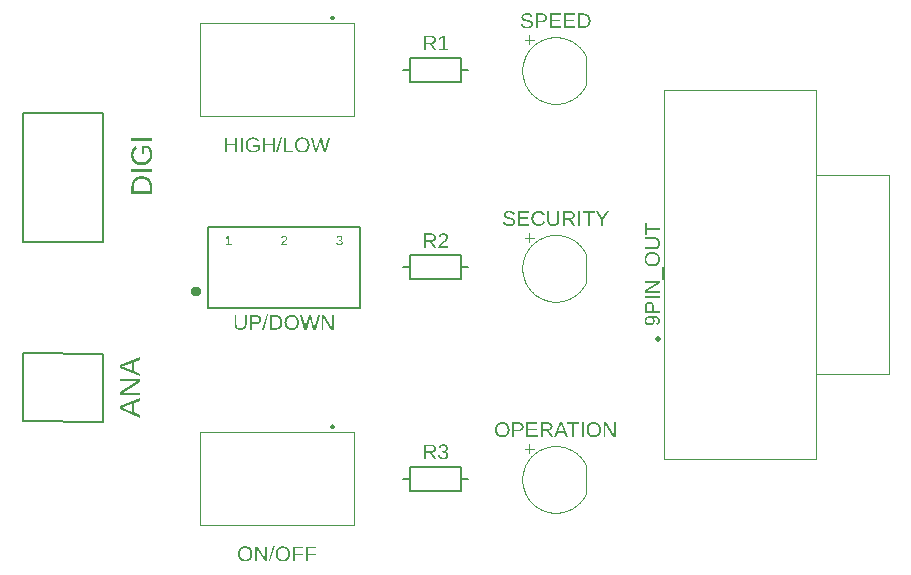
<source format=gbr>
G04 EAGLE Gerber RS-274X export*
G75*
%MOMM*%
%FSLAX34Y34*%
%LPD*%
%INSilkscreen Top*%
%IPPOS*%
%AMOC8*
5,1,8,0,0,1.08239X$1,22.5*%
G01*
G04 Define Apertures*
%ADD10C,0.120000*%
%ADD11C,0.500000*%
%ADD12C,0.152400*%
%ADD13C,0.100000*%
%ADD14C,0.200000*%
%ADD15C,0.127000*%
%ADD16C,0.400000*%
G36*
X508121Y263019D02*
X507755Y263025D01*
X507399Y263044D01*
X507054Y263076D01*
X506719Y263120D01*
X506394Y263177D01*
X506078Y263247D01*
X505773Y263329D01*
X505479Y263425D01*
X505194Y263532D01*
X504919Y263653D01*
X504655Y263786D01*
X504400Y263932D01*
X503922Y264261D01*
X503484Y264642D01*
X503092Y265068D01*
X502916Y265295D01*
X502752Y265533D01*
X502602Y265781D01*
X502465Y266038D01*
X502341Y266306D01*
X502230Y266583D01*
X502132Y266870D01*
X502047Y267168D01*
X501975Y267475D01*
X501917Y267792D01*
X501871Y268119D01*
X501838Y268456D01*
X501819Y268803D01*
X501812Y269160D01*
X501824Y269624D01*
X501859Y270072D01*
X501918Y270505D01*
X502000Y270922D01*
X502105Y271323D01*
X502234Y271709D01*
X502387Y272079D01*
X502562Y272433D01*
X502761Y272769D01*
X502980Y273085D01*
X503221Y273381D01*
X503483Y273656D01*
X503766Y273911D01*
X504070Y274145D01*
X504396Y274359D01*
X504743Y274552D01*
X505108Y274724D01*
X505490Y274872D01*
X505888Y274998D01*
X506302Y275101D01*
X506733Y275182D01*
X507179Y275239D01*
X507642Y275273D01*
X508121Y275285D01*
X508598Y275273D01*
X509060Y275238D01*
X509507Y275180D01*
X509939Y275099D01*
X510356Y274995D01*
X510758Y274867D01*
X511144Y274717D01*
X511516Y274543D01*
X511870Y274348D01*
X512202Y274132D01*
X512513Y273896D01*
X512804Y273641D01*
X513073Y273365D01*
X513321Y273068D01*
X513548Y272752D01*
X513753Y272415D01*
X513936Y272061D01*
X514095Y271691D01*
X514229Y271305D01*
X514339Y270904D01*
X514424Y270487D01*
X514485Y270055D01*
X514522Y269607D01*
X514534Y269143D01*
X514522Y268675D01*
X514486Y268224D01*
X514426Y267788D01*
X514341Y267369D01*
X514233Y266967D01*
X514100Y266581D01*
X513943Y266211D01*
X513762Y265857D01*
X513558Y265522D01*
X513333Y265207D01*
X513086Y264913D01*
X512818Y264639D01*
X512528Y264385D01*
X512217Y264152D01*
X511884Y263939D01*
X511529Y263747D01*
X511156Y263576D01*
X510768Y263428D01*
X510365Y263303D01*
X509947Y263201D01*
X509513Y263121D01*
X509064Y263064D01*
X508600Y263030D01*
X508121Y263019D01*
G37*
%LPC*%
G36*
X508121Y264721D02*
X508687Y264739D01*
X509223Y264794D01*
X509729Y264886D01*
X510205Y265014D01*
X510652Y265178D01*
X511068Y265380D01*
X511454Y265618D01*
X511810Y265892D01*
X512130Y266199D01*
X512407Y266535D01*
X512641Y266898D01*
X512833Y267290D01*
X512982Y267711D01*
X513089Y268160D01*
X513153Y268637D01*
X513174Y269143D01*
X513154Y269663D01*
X513092Y270151D01*
X512989Y270608D01*
X512844Y271035D01*
X512659Y271430D01*
X512432Y271794D01*
X512163Y272127D01*
X511854Y272429D01*
X511507Y272697D01*
X511125Y272930D01*
X510710Y273126D01*
X510260Y273287D01*
X509777Y273413D01*
X509259Y273502D01*
X508707Y273556D01*
X508121Y273574D01*
X507559Y273556D01*
X507029Y273502D01*
X506529Y273411D01*
X506061Y273285D01*
X505624Y273123D01*
X505217Y272925D01*
X504842Y272690D01*
X504497Y272420D01*
X504189Y272117D01*
X503921Y271784D01*
X503695Y271421D01*
X503510Y271028D01*
X503366Y270606D01*
X503263Y270154D01*
X503202Y269672D01*
X503181Y269160D01*
X503201Y268645D01*
X503262Y268159D01*
X503364Y267704D01*
X503506Y267278D01*
X503688Y266883D01*
X503911Y266518D01*
X504175Y266184D01*
X504479Y265879D01*
X504820Y265608D01*
X505194Y265372D01*
X505600Y265173D01*
X506039Y265010D01*
X506510Y264884D01*
X507015Y264793D01*
X507551Y264739D01*
X508121Y264721D01*
G37*
%LPD*%
G36*
X514359Y223673D02*
X501996Y223673D01*
X501996Y228876D01*
X502012Y229381D01*
X502057Y229857D01*
X502133Y230303D01*
X502240Y230720D01*
X502377Y231108D01*
X502544Y231467D01*
X502742Y231796D01*
X502970Y232096D01*
X503226Y232363D01*
X503507Y232595D01*
X503813Y232791D01*
X504144Y232951D01*
X504500Y233076D01*
X504880Y233165D01*
X505286Y233219D01*
X505717Y233236D01*
X506144Y233218D01*
X506549Y233165D01*
X506931Y233075D01*
X507291Y232950D01*
X507629Y232789D01*
X507944Y232592D01*
X508237Y232360D01*
X508507Y232091D01*
X508749Y231792D01*
X508960Y231468D01*
X509138Y231117D01*
X509283Y230741D01*
X509396Y230340D01*
X509477Y229912D01*
X509526Y229460D01*
X509542Y228981D01*
X509542Y225349D01*
X514359Y225349D01*
X514359Y223673D01*
G37*
%LPC*%
G36*
X508217Y225349D02*
X508217Y228744D01*
X508207Y229084D01*
X508178Y229402D01*
X508130Y229698D01*
X508062Y229973D01*
X507975Y230225D01*
X507868Y230455D01*
X507742Y230663D01*
X507596Y230850D01*
X507431Y231014D01*
X507247Y231157D01*
X507044Y231278D01*
X506820Y231376D01*
X506578Y231453D01*
X506316Y231508D01*
X506035Y231541D01*
X505734Y231552D01*
X505444Y231541D01*
X505173Y231507D01*
X504920Y231451D01*
X504686Y231372D01*
X504471Y231271D01*
X504275Y231147D01*
X504097Y231001D01*
X503938Y230832D01*
X503797Y230641D01*
X503676Y230428D01*
X503573Y230192D01*
X503489Y229933D01*
X503423Y229652D01*
X503376Y229348D01*
X503348Y229022D01*
X503339Y228674D01*
X503339Y225349D01*
X508217Y225349D01*
G37*
%LPD*%
G36*
X505971Y213072D02*
X505499Y213089D01*
X505053Y213140D01*
X504633Y213225D01*
X504239Y213344D01*
X503871Y213497D01*
X503529Y213684D01*
X503213Y213905D01*
X502922Y214160D01*
X502662Y214446D01*
X502437Y214758D01*
X502246Y215096D01*
X502090Y215461D01*
X501968Y215853D01*
X501882Y216271D01*
X501830Y216716D01*
X501812Y217187D01*
X501818Y217441D01*
X501836Y217687D01*
X501908Y218156D01*
X502027Y218593D01*
X502194Y218999D01*
X502409Y219374D01*
X502671Y219718D01*
X502981Y220030D01*
X503339Y220311D01*
X503745Y220560D01*
X504198Y220775D01*
X504700Y220958D01*
X505249Y221107D01*
X505847Y221223D01*
X506493Y221306D01*
X507186Y221356D01*
X507928Y221372D01*
X508701Y221354D01*
X509428Y221300D01*
X510109Y221209D01*
X510744Y221082D01*
X511333Y220918D01*
X511876Y220719D01*
X512373Y220482D01*
X512823Y220210D01*
X513224Y219904D01*
X513572Y219567D01*
X513866Y219199D01*
X514107Y218801D01*
X514294Y218371D01*
X514367Y218145D01*
X514427Y217911D01*
X514474Y217669D01*
X514507Y217420D01*
X514528Y217163D01*
X514534Y216898D01*
X514525Y216545D01*
X514496Y216210D01*
X514448Y215893D01*
X514382Y215594D01*
X514296Y215313D01*
X514191Y215050D01*
X514067Y214804D01*
X513924Y214577D01*
X513760Y214367D01*
X513573Y214172D01*
X513362Y213992D01*
X513127Y213828D01*
X512869Y213680D01*
X512588Y213547D01*
X512283Y213429D01*
X511955Y213327D01*
X511718Y214836D01*
X512080Y214972D01*
X512393Y215144D01*
X512659Y215352D01*
X512876Y215595D01*
X513045Y215874D01*
X513166Y216188D01*
X513238Y216538D01*
X513256Y216727D01*
X513262Y216924D01*
X513242Y217255D01*
X513183Y217566D01*
X513084Y217858D01*
X512946Y218131D01*
X512769Y218384D01*
X512551Y218619D01*
X512295Y218834D01*
X511999Y219030D01*
X511666Y219205D01*
X511299Y219358D01*
X510899Y219489D01*
X510465Y219598D01*
X509998Y219684D01*
X509496Y219749D01*
X508961Y219791D01*
X508393Y219811D01*
X508585Y219715D01*
X508768Y219604D01*
X508941Y219477D01*
X509104Y219335D01*
X509258Y219177D01*
X509402Y219003D01*
X509536Y218814D01*
X509660Y218609D01*
X509772Y218393D01*
X509870Y218173D01*
X509952Y217947D01*
X510019Y217716D01*
X510071Y217480D01*
X510109Y217238D01*
X510131Y216992D01*
X510139Y216740D01*
X510121Y216334D01*
X510067Y215948D01*
X509978Y215583D01*
X509853Y215240D01*
X509693Y214917D01*
X509497Y214614D01*
X509265Y214333D01*
X508998Y214073D01*
X508701Y213838D01*
X508381Y213635D01*
X508038Y213463D01*
X507671Y213323D01*
X507281Y213213D01*
X506868Y213135D01*
X506431Y213088D01*
X505971Y213072D01*
G37*
%LPC*%
G36*
X505971Y214678D02*
X506300Y214688D01*
X506611Y214719D01*
X506905Y214771D01*
X507181Y214843D01*
X507439Y214935D01*
X507679Y215048D01*
X507902Y215182D01*
X508107Y215336D01*
X508291Y215508D01*
X508451Y215694D01*
X508586Y215895D01*
X508696Y216110D01*
X508782Y216340D01*
X508844Y216585D01*
X508880Y216844D01*
X508893Y217117D01*
X508873Y217453D01*
X508815Y217777D01*
X508717Y218089D01*
X508581Y218389D01*
X508409Y218668D01*
X508205Y218915D01*
X507968Y219131D01*
X507699Y219315D01*
X507404Y219463D01*
X507090Y219568D01*
X506755Y219632D01*
X506401Y219653D01*
X506037Y219642D01*
X505692Y219610D01*
X505364Y219557D01*
X505055Y219482D01*
X504764Y219385D01*
X504492Y219268D01*
X504237Y219129D01*
X504001Y218968D01*
X503788Y218790D01*
X503604Y218597D01*
X503448Y218390D01*
X503320Y218168D01*
X503221Y217931D01*
X503150Y217680D01*
X503107Y217415D01*
X503093Y217135D01*
X503105Y216857D01*
X503142Y216595D01*
X503202Y216347D01*
X503287Y216115D01*
X503397Y215898D01*
X503530Y215695D01*
X503688Y215508D01*
X503870Y215336D01*
X504072Y215182D01*
X504292Y215048D01*
X504529Y214935D01*
X504783Y214843D01*
X505055Y214771D01*
X505343Y214719D01*
X505648Y214688D01*
X505971Y214678D01*
G37*
%LPD*%
G36*
X514359Y240673D02*
X501996Y240673D01*
X501996Y242621D01*
X512595Y249306D01*
X511112Y249227D01*
X510103Y249201D01*
X501996Y249201D01*
X501996Y250710D01*
X514359Y250710D01*
X514359Y248692D01*
X503830Y242077D01*
X504681Y242121D01*
X506147Y242164D01*
X514359Y242164D01*
X514359Y240673D01*
G37*
G36*
X509867Y277523D02*
X501996Y277523D01*
X501996Y279198D01*
X509726Y279198D01*
X510137Y279212D01*
X510522Y279252D01*
X510881Y279319D01*
X511216Y279413D01*
X511524Y279534D01*
X511807Y279682D01*
X512065Y279857D01*
X512297Y280058D01*
X512503Y280285D01*
X512681Y280536D01*
X512832Y280811D01*
X512955Y281109D01*
X513051Y281431D01*
X513119Y281777D01*
X513161Y282147D01*
X513174Y282541D01*
X513160Y282946D01*
X513118Y283328D01*
X513047Y283687D01*
X512947Y284023D01*
X512820Y284335D01*
X512664Y284625D01*
X512479Y284891D01*
X512266Y285134D01*
X512026Y285351D01*
X511760Y285539D01*
X511467Y285698D01*
X511149Y285828D01*
X510804Y285929D01*
X510433Y286002D01*
X510036Y286045D01*
X509612Y286060D01*
X501996Y286060D01*
X501996Y287727D01*
X509709Y287727D01*
X510077Y287717D01*
X510433Y287687D01*
X510776Y287637D01*
X511106Y287568D01*
X511423Y287478D01*
X511727Y287369D01*
X512019Y287240D01*
X512297Y287091D01*
X512561Y286923D01*
X512809Y286740D01*
X513041Y286539D01*
X513257Y286323D01*
X513456Y286090D01*
X513640Y285840D01*
X513808Y285574D01*
X513960Y285292D01*
X514094Y284995D01*
X514211Y284685D01*
X514310Y284361D01*
X514391Y284025D01*
X514453Y283676D01*
X514498Y283314D01*
X514525Y282938D01*
X514534Y282550D01*
X514526Y282177D01*
X514500Y281815D01*
X514456Y281466D01*
X514396Y281129D01*
X514318Y280804D01*
X514223Y280490D01*
X514111Y280189D01*
X513982Y279900D01*
X513836Y279625D01*
X513674Y279366D01*
X513497Y279123D01*
X513304Y278896D01*
X513095Y278684D01*
X512871Y278489D01*
X512631Y278309D01*
X512376Y278146D01*
X512106Y278000D01*
X511824Y277873D01*
X511530Y277766D01*
X511222Y277678D01*
X510902Y277610D01*
X510570Y277562D01*
X510224Y277532D01*
X509867Y277523D01*
G37*
G36*
X503365Y289509D02*
X501996Y289509D01*
X501996Y299669D01*
X503365Y299669D01*
X503365Y295422D01*
X514359Y295422D01*
X514359Y293755D01*
X503365Y293755D01*
X503365Y289509D01*
G37*
G36*
X514359Y235857D02*
X501996Y235857D01*
X501996Y237533D01*
X514359Y237533D01*
X514359Y235857D01*
G37*
G36*
X517930Y251896D02*
X516789Y251896D01*
X516789Y262363D01*
X517930Y262363D01*
X517930Y251896D01*
G37*
G36*
X74475Y134973D02*
X57239Y142148D01*
X57258Y144810D01*
X74592Y151633D01*
X74575Y149240D01*
X69507Y147301D01*
X69452Y139425D01*
X74492Y137402D01*
X74475Y134973D01*
G37*
%LPC*%
G36*
X67629Y140149D02*
X67674Y146614D01*
X61954Y144433D01*
X61050Y144096D01*
X60036Y143760D01*
X59015Y143436D01*
X59358Y143323D01*
X60517Y142934D01*
X61964Y142397D01*
X67629Y140149D01*
G37*
%LPD*%
G36*
X74719Y169847D02*
X57483Y177022D01*
X57501Y179684D01*
X74835Y186507D01*
X74818Y184115D01*
X69750Y182175D01*
X69695Y174299D01*
X74736Y172276D01*
X74719Y169847D01*
G37*
%LPC*%
G36*
X67872Y175023D02*
X67918Y181488D01*
X62198Y179308D01*
X61293Y178970D01*
X60279Y178634D01*
X59258Y178310D01*
X59601Y178197D01*
X60761Y177809D01*
X62208Y177271D01*
X67872Y175023D01*
G37*
%LPD*%
G36*
X74606Y153735D02*
X57321Y153855D01*
X57340Y156579D01*
X72225Y165823D01*
X70151Y165727D01*
X69362Y165705D01*
X68740Y165700D01*
X57404Y165779D01*
X57419Y167890D01*
X74704Y167769D01*
X74685Y164947D01*
X59899Y155800D01*
X61089Y155853D01*
X63138Y155900D01*
X74621Y155820D01*
X74606Y153735D01*
G37*
G36*
X84540Y324537D02*
X67254Y324537D01*
X67254Y330254D01*
X67263Y330795D01*
X67289Y331321D01*
X67332Y331830D01*
X67392Y332325D01*
X67469Y332803D01*
X67564Y333266D01*
X67676Y333713D01*
X67805Y334144D01*
X67951Y334560D01*
X68115Y334960D01*
X68295Y335345D01*
X68493Y335714D01*
X68708Y336067D01*
X68940Y336404D01*
X69190Y336726D01*
X69456Y337032D01*
X69739Y337321D01*
X70036Y337591D01*
X70348Y337843D01*
X70674Y338076D01*
X71014Y338290D01*
X71369Y338486D01*
X71739Y338663D01*
X72123Y338822D01*
X72522Y338962D01*
X72935Y339083D01*
X73363Y339185D01*
X73805Y339269D01*
X74262Y339334D01*
X74733Y339381D01*
X75219Y339409D01*
X75719Y339418D01*
X76377Y339402D01*
X77015Y339353D01*
X77631Y339272D01*
X78227Y339158D01*
X78801Y339011D01*
X79355Y338832D01*
X79888Y338620D01*
X80400Y338375D01*
X80886Y338101D01*
X81344Y337800D01*
X81772Y337471D01*
X82171Y337115D01*
X82540Y336732D01*
X82880Y336321D01*
X83191Y335884D01*
X83473Y335419D01*
X83723Y334931D01*
X83940Y334425D01*
X84123Y333901D01*
X84273Y333358D01*
X84390Y332797D01*
X84473Y332217D01*
X84523Y331619D01*
X84540Y331002D01*
X84540Y324537D01*
G37*
%LPC*%
G36*
X82663Y326880D02*
X82663Y330732D01*
X82650Y331201D01*
X82611Y331654D01*
X82546Y332094D01*
X82454Y332519D01*
X82337Y332930D01*
X82194Y333326D01*
X82024Y333708D01*
X81829Y334075D01*
X81609Y334425D01*
X81366Y334754D01*
X81100Y335063D01*
X80811Y335350D01*
X80498Y335616D01*
X80163Y335862D01*
X79805Y336086D01*
X79424Y336290D01*
X79023Y336471D01*
X78604Y336628D01*
X78167Y336761D01*
X77713Y336870D01*
X77241Y336954D01*
X76751Y337014D01*
X76244Y337051D01*
X75719Y337063D01*
X75323Y337056D01*
X74940Y337035D01*
X74568Y337001D01*
X74208Y336953D01*
X73860Y336891D01*
X73523Y336815D01*
X73199Y336726D01*
X72887Y336623D01*
X72587Y336506D01*
X72298Y336375D01*
X72022Y336231D01*
X71757Y336072D01*
X71504Y335901D01*
X71264Y335715D01*
X71035Y335515D01*
X70818Y335302D01*
X70614Y335076D01*
X70423Y334838D01*
X70245Y334587D01*
X70080Y334324D01*
X69929Y334048D01*
X69790Y333760D01*
X69665Y333460D01*
X69553Y333148D01*
X69454Y332823D01*
X69369Y332486D01*
X69296Y332137D01*
X69237Y331775D01*
X69191Y331401D01*
X69158Y331015D01*
X69138Y330616D01*
X69131Y330205D01*
X69131Y326880D01*
X82663Y326880D01*
G37*
%LPD*%
G36*
X75817Y348833D02*
X75299Y348842D01*
X74795Y348869D01*
X74306Y348913D01*
X73832Y348974D01*
X73373Y349054D01*
X72929Y349151D01*
X72499Y349265D01*
X72085Y349398D01*
X71685Y349548D01*
X71300Y349715D01*
X70930Y349900D01*
X70575Y350103D01*
X70235Y350324D01*
X69909Y350562D01*
X69599Y350817D01*
X69303Y351091D01*
X69024Y351380D01*
X68763Y351684D01*
X68519Y352001D01*
X68294Y352334D01*
X68087Y352680D01*
X67898Y353041D01*
X67726Y353416D01*
X67573Y353805D01*
X67438Y354209D01*
X67321Y354626D01*
X67222Y355059D01*
X67141Y355505D01*
X67078Y355966D01*
X67033Y356441D01*
X67006Y356930D01*
X66997Y357433D01*
X67012Y358134D01*
X67057Y358801D01*
X67133Y359435D01*
X67239Y360034D01*
X67375Y360600D01*
X67542Y361132D01*
X67739Y361631D01*
X67966Y362095D01*
X68226Y362530D01*
X68523Y362939D01*
X68857Y363323D01*
X69226Y363681D01*
X69633Y364013D01*
X70075Y364320D01*
X70554Y364600D01*
X71070Y364855D01*
X71732Y362623D01*
X71377Y362430D01*
X71046Y362220D01*
X70740Y361992D01*
X70459Y361747D01*
X70203Y361485D01*
X69972Y361205D01*
X69766Y360907D01*
X69585Y360592D01*
X69427Y360259D01*
X69290Y359906D01*
X69174Y359533D01*
X69079Y359140D01*
X69005Y358728D01*
X68953Y358296D01*
X68921Y357844D01*
X68911Y357372D01*
X68918Y357003D01*
X68939Y356646D01*
X68974Y356299D01*
X69024Y355963D01*
X69087Y355639D01*
X69165Y355325D01*
X69257Y355023D01*
X69363Y354731D01*
X69483Y354451D01*
X69617Y354181D01*
X69766Y353923D01*
X69928Y353675D01*
X70105Y353439D01*
X70296Y353214D01*
X70501Y352999D01*
X70720Y352796D01*
X70952Y352604D01*
X71196Y352425D01*
X71451Y352258D01*
X71717Y352104D01*
X71995Y351961D01*
X72285Y351832D01*
X72586Y351714D01*
X72899Y351609D01*
X73224Y351516D01*
X73559Y351436D01*
X73907Y351368D01*
X74266Y351312D01*
X74636Y351269D01*
X75019Y351238D01*
X75412Y351220D01*
X75817Y351213D01*
X76221Y351220D01*
X76615Y351240D01*
X76997Y351272D01*
X77369Y351318D01*
X77730Y351378D01*
X78080Y351450D01*
X78419Y351535D01*
X78748Y351634D01*
X79066Y351745D01*
X79373Y351870D01*
X79669Y352008D01*
X79954Y352159D01*
X80229Y352323D01*
X80493Y352500D01*
X80746Y352691D01*
X80988Y352894D01*
X81218Y353109D01*
X81433Y353334D01*
X81633Y353570D01*
X81818Y353815D01*
X81988Y354070D01*
X82143Y354336D01*
X82284Y354611D01*
X82410Y354897D01*
X82521Y355193D01*
X82617Y355498D01*
X82699Y355814D01*
X82765Y356140D01*
X82817Y356476D01*
X82854Y356822D01*
X82876Y357178D01*
X82884Y357544D01*
X82876Y357963D01*
X82852Y358376D01*
X82811Y358782D01*
X82755Y359180D01*
X82683Y359571D01*
X82594Y359956D01*
X82489Y360333D01*
X82369Y360703D01*
X82234Y361061D01*
X82088Y361401D01*
X81930Y361724D01*
X81761Y362029D01*
X81581Y362317D01*
X81389Y362588D01*
X81185Y362841D01*
X80970Y363077D01*
X77854Y363077D01*
X77854Y357912D01*
X75891Y357912D01*
X75891Y365236D01*
X81853Y365236D01*
X82193Y364883D01*
X82513Y364510D01*
X82813Y364118D01*
X83094Y363707D01*
X83355Y363276D01*
X83596Y362826D01*
X83817Y362357D01*
X84019Y361868D01*
X84198Y361365D01*
X84354Y360850D01*
X84486Y360326D01*
X84594Y359790D01*
X84678Y359244D01*
X84737Y358688D01*
X84773Y358121D01*
X84785Y357544D01*
X84768Y356878D01*
X84718Y356235D01*
X84634Y355616D01*
X84515Y355020D01*
X84364Y354447D01*
X84178Y353898D01*
X83959Y353372D01*
X83706Y352870D01*
X83421Y352393D01*
X83107Y351946D01*
X82762Y351528D01*
X82389Y351138D01*
X81985Y350778D01*
X81552Y350446D01*
X81089Y350144D01*
X80596Y349870D01*
X80077Y349627D01*
X79536Y349417D01*
X78972Y349238D01*
X78386Y349093D01*
X77778Y348979D01*
X77147Y348898D01*
X76493Y348850D01*
X75817Y348833D01*
G37*
G36*
X84540Y342920D02*
X67254Y342920D01*
X67254Y345263D01*
X84540Y345263D01*
X84540Y342920D01*
G37*
G36*
X84540Y369451D02*
X67254Y369451D01*
X67254Y371794D01*
X84540Y371794D01*
X84540Y369451D01*
G37*
G36*
X211872Y359511D02*
X211405Y359523D01*
X210955Y359559D01*
X210520Y359619D01*
X210102Y359704D01*
X209700Y359812D01*
X209314Y359944D01*
X208945Y360101D01*
X208592Y360282D01*
X208258Y360485D01*
X207943Y360710D01*
X207649Y360956D01*
X207376Y361224D01*
X207123Y361514D01*
X206890Y361824D01*
X206678Y362157D01*
X206486Y362511D01*
X206315Y362883D01*
X206168Y363270D01*
X206043Y363673D01*
X205941Y364090D01*
X205861Y364523D01*
X205804Y364972D01*
X205770Y365435D01*
X205759Y365913D01*
X205765Y366278D01*
X205784Y366633D01*
X205816Y366978D01*
X205860Y367313D01*
X205917Y367637D01*
X205987Y367952D01*
X206069Y368256D01*
X206164Y368551D01*
X206271Y368835D01*
X206392Y369109D01*
X206525Y369373D01*
X206670Y369627D01*
X206999Y370105D01*
X207379Y370542D01*
X207804Y370933D01*
X208031Y371109D01*
X208269Y371272D01*
X208516Y371422D01*
X208773Y371559D01*
X209040Y371683D01*
X209317Y371794D01*
X209604Y371891D01*
X209901Y371976D01*
X210207Y372048D01*
X210524Y372106D01*
X210851Y372152D01*
X211187Y372185D01*
X211533Y372204D01*
X211890Y372211D01*
X212353Y372199D01*
X212800Y372164D01*
X213232Y372105D01*
X213648Y372024D01*
X214049Y371918D01*
X214434Y371790D01*
X214803Y371637D01*
X215157Y371462D01*
X215492Y371264D01*
X215808Y371045D01*
X216103Y370805D01*
X216377Y370543D01*
X216632Y370261D01*
X216865Y369957D01*
X217079Y369632D01*
X217272Y369285D01*
X217443Y368920D01*
X217592Y368539D01*
X217718Y368142D01*
X217820Y367729D01*
X217900Y367299D01*
X217958Y366853D01*
X217992Y366391D01*
X218003Y365913D01*
X217992Y365437D01*
X217957Y364976D01*
X217899Y364529D01*
X217818Y364098D01*
X217714Y363682D01*
X217587Y363281D01*
X217437Y362895D01*
X217263Y362524D01*
X217068Y362171D01*
X216853Y361839D01*
X216618Y361528D01*
X216362Y361238D01*
X216087Y360970D01*
X215791Y360722D01*
X215475Y360496D01*
X215139Y360290D01*
X214785Y360108D01*
X214416Y359949D01*
X214031Y359815D01*
X213631Y359706D01*
X213214Y359621D01*
X212783Y359560D01*
X212335Y359523D01*
X211872Y359511D01*
G37*
%LPC*%
G36*
X211872Y360868D02*
X212391Y360889D01*
X212879Y360951D01*
X213335Y361054D01*
X213761Y361198D01*
X214155Y361383D01*
X214519Y361610D01*
X214851Y361878D01*
X215152Y362187D01*
X215420Y362533D01*
X215652Y362914D01*
X215849Y363329D01*
X216010Y363777D01*
X216135Y364260D01*
X216224Y364777D01*
X216277Y365328D01*
X216295Y365913D01*
X216277Y366474D01*
X216223Y367003D01*
X216133Y367502D01*
X216007Y367969D01*
X215845Y368406D01*
X215647Y368812D01*
X215414Y369187D01*
X215144Y369531D01*
X214841Y369839D01*
X214508Y370105D01*
X214146Y370331D01*
X213754Y370516D01*
X213333Y370660D01*
X212881Y370762D01*
X212400Y370824D01*
X211890Y370844D01*
X211375Y370824D01*
X210890Y370763D01*
X210436Y370662D01*
X210011Y370520D01*
X209617Y370338D01*
X209252Y370115D01*
X208918Y369852D01*
X208614Y369548D01*
X208343Y369208D01*
X208108Y368835D01*
X207910Y368429D01*
X207747Y367991D01*
X207621Y367521D01*
X207530Y367017D01*
X207476Y366482D01*
X207458Y365913D01*
X207476Y365348D01*
X207531Y364813D01*
X207622Y364307D01*
X207750Y363832D01*
X207915Y363387D01*
X208116Y362971D01*
X208353Y362586D01*
X208627Y362230D01*
X208934Y361911D01*
X209269Y361635D01*
X209632Y361400D01*
X210023Y361209D01*
X210443Y361060D01*
X210891Y360954D01*
X211367Y360890D01*
X211872Y360868D01*
G37*
%LPD*%
G36*
X224589Y359686D02*
X222592Y359686D01*
X218957Y372027D01*
X220700Y372027D01*
X222916Y364188D01*
X223294Y362695D01*
X223643Y361157D01*
X224129Y363260D01*
X224384Y364234D01*
X224874Y366021D01*
X226559Y372027D01*
X228162Y372027D01*
X230308Y364346D01*
X230746Y362607D01*
X231079Y361157D01*
X231157Y361464D01*
X231543Y363106D01*
X232233Y365654D01*
X234004Y372027D01*
X235747Y372027D01*
X232112Y359686D01*
X230115Y359686D01*
X227978Y367525D01*
X227720Y368552D01*
X227365Y370161D01*
X226980Y368462D01*
X226303Y365926D01*
X224589Y359686D01*
G37*
G36*
X170155Y359511D02*
X169679Y359523D01*
X169220Y359559D01*
X168778Y359619D01*
X168353Y359704D01*
X167944Y359812D01*
X167552Y359944D01*
X167177Y360101D01*
X166818Y360282D01*
X166478Y360485D01*
X166159Y360709D01*
X165860Y360955D01*
X165582Y361222D01*
X165325Y361510D01*
X165088Y361820D01*
X164872Y362150D01*
X164676Y362502D01*
X164503Y362872D01*
X164353Y363259D01*
X164225Y363661D01*
X164121Y364080D01*
X164040Y364514D01*
X163983Y364964D01*
X163948Y365431D01*
X163936Y365913D01*
X163943Y366284D01*
X163962Y366643D01*
X163993Y366992D01*
X164037Y367331D01*
X164094Y367658D01*
X164163Y367976D01*
X164245Y368282D01*
X164339Y368578D01*
X164446Y368864D01*
X164566Y369138D01*
X164698Y369402D01*
X164843Y369656D01*
X165000Y369899D01*
X165170Y370131D01*
X165548Y370564D01*
X165971Y370950D01*
X166198Y371124D01*
X166435Y371285D01*
X166683Y371432D01*
X166940Y371568D01*
X167208Y371690D01*
X167486Y371799D01*
X167774Y371896D01*
X168072Y371979D01*
X168381Y372050D01*
X168699Y372108D01*
X169028Y372153D01*
X169367Y372185D01*
X169717Y372204D01*
X170076Y372211D01*
X170576Y372200D01*
X171053Y372168D01*
X171505Y372113D01*
X171933Y372038D01*
X172337Y371940D01*
X172717Y371822D01*
X173073Y371681D01*
X173404Y371519D01*
X173715Y371333D01*
X174007Y371121D01*
X174281Y370883D01*
X174536Y370619D01*
X174774Y370329D01*
X174992Y370013D01*
X175193Y369671D01*
X175375Y369303D01*
X173781Y368830D01*
X173643Y369084D01*
X173493Y369320D01*
X173331Y369538D01*
X173156Y369739D01*
X172968Y369921D01*
X172769Y370086D01*
X172556Y370233D01*
X172331Y370363D01*
X172093Y370476D01*
X171841Y370573D01*
X171575Y370656D01*
X171295Y370724D01*
X171000Y370777D01*
X170692Y370814D01*
X170369Y370837D01*
X170032Y370844D01*
X169514Y370824D01*
X169027Y370764D01*
X168571Y370663D01*
X168147Y370521D01*
X167754Y370340D01*
X167393Y370118D01*
X167064Y369855D01*
X166765Y369553D01*
X166501Y369213D01*
X166271Y368841D01*
X166077Y368435D01*
X165918Y367997D01*
X165794Y367525D01*
X165706Y367021D01*
X165653Y366484D01*
X165636Y365913D01*
X165654Y365344D01*
X165711Y364806D01*
X165804Y364298D01*
X165935Y363821D01*
X166104Y363375D01*
X166310Y362960D01*
X166554Y362575D01*
X166835Y362222D01*
X167150Y361904D01*
X167493Y361630D01*
X167865Y361397D01*
X168265Y361207D01*
X168695Y361059D01*
X169153Y360953D01*
X169639Y360890D01*
X170155Y360868D01*
X170749Y360891D01*
X171323Y360960D01*
X171877Y361075D01*
X172410Y361236D01*
X172909Y361437D01*
X173357Y361670D01*
X173756Y361936D01*
X174105Y362235D01*
X174105Y364459D01*
X170418Y364459D01*
X170418Y365861D01*
X175647Y365861D01*
X175647Y361604D01*
X175394Y361362D01*
X175128Y361133D01*
X174849Y360919D01*
X174555Y360718D01*
X174248Y360532D01*
X173926Y360360D01*
X173591Y360202D01*
X173242Y360058D01*
X172883Y359930D01*
X172516Y359819D01*
X172141Y359725D01*
X171759Y359648D01*
X171369Y359588D01*
X170972Y359545D01*
X170567Y359519D01*
X170155Y359511D01*
G37*
G36*
X148272Y359686D02*
X146599Y359686D01*
X146599Y372027D01*
X148272Y372027D01*
X148272Y366807D01*
X154946Y366807D01*
X154946Y372027D01*
X156619Y372027D01*
X156619Y359686D01*
X154946Y359686D01*
X154946Y365405D01*
X148272Y365405D01*
X148272Y359686D01*
G37*
G36*
X180147Y359686D02*
X178474Y359686D01*
X178474Y372027D01*
X180147Y372027D01*
X180147Y366807D01*
X186821Y366807D01*
X186821Y372027D01*
X188494Y372027D01*
X188494Y359686D01*
X186821Y359686D01*
X186821Y365405D01*
X180147Y365405D01*
X180147Y359686D01*
G37*
G36*
X204321Y359686D02*
X196412Y359686D01*
X196412Y372027D01*
X198085Y372027D01*
X198085Y361052D01*
X204321Y361052D01*
X204321Y359686D01*
G37*
G36*
X161394Y359686D02*
X159721Y359686D01*
X159721Y372027D01*
X161394Y372027D01*
X161394Y359686D01*
G37*
G36*
X191359Y359511D02*
X189940Y359511D01*
X193540Y372684D01*
X194924Y372684D01*
X191359Y359511D01*
G37*
G36*
X163556Y13335D02*
X163089Y13347D01*
X162638Y13383D01*
X162204Y13443D01*
X161786Y13528D01*
X161384Y13636D01*
X160998Y13768D01*
X160629Y13925D01*
X160276Y14106D01*
X159941Y14309D01*
X159627Y14534D01*
X159333Y14780D01*
X159059Y15048D01*
X158806Y15338D01*
X158574Y15648D01*
X158361Y15981D01*
X158169Y16335D01*
X157999Y16707D01*
X157851Y17094D01*
X157726Y17497D01*
X157624Y17914D01*
X157545Y18347D01*
X157488Y18796D01*
X157454Y19259D01*
X157442Y19737D01*
X157449Y20102D01*
X157468Y20457D01*
X157499Y20802D01*
X157544Y21137D01*
X157601Y21461D01*
X157670Y21776D01*
X157753Y22080D01*
X157847Y22375D01*
X157955Y22659D01*
X158075Y22933D01*
X158208Y23197D01*
X158354Y23451D01*
X158683Y23929D01*
X159063Y24366D01*
X159488Y24757D01*
X159715Y24933D01*
X159952Y25096D01*
X160199Y25246D01*
X160457Y25383D01*
X160724Y25507D01*
X161001Y25618D01*
X161287Y25715D01*
X161584Y25800D01*
X161891Y25872D01*
X162208Y25930D01*
X162534Y25976D01*
X162871Y26009D01*
X163217Y26028D01*
X163573Y26035D01*
X164036Y26023D01*
X164484Y25988D01*
X164915Y25929D01*
X165332Y25848D01*
X165732Y25742D01*
X166117Y25613D01*
X166487Y25461D01*
X166840Y25286D01*
X167176Y25088D01*
X167491Y24869D01*
X167786Y24629D01*
X168061Y24367D01*
X168315Y24085D01*
X168549Y23781D01*
X168762Y23456D01*
X168955Y23109D01*
X169127Y22744D01*
X169275Y22363D01*
X169401Y21966D01*
X169504Y21553D01*
X169584Y21123D01*
X169641Y20677D01*
X169675Y20215D01*
X169687Y19737D01*
X169675Y19261D01*
X169641Y18800D01*
X169583Y18353D01*
X169502Y17922D01*
X169398Y17506D01*
X169271Y17105D01*
X169120Y16719D01*
X168947Y16348D01*
X168752Y15995D01*
X168536Y15663D01*
X168301Y15352D01*
X168046Y15062D01*
X167770Y14794D01*
X167474Y14546D01*
X167159Y14320D01*
X166823Y14114D01*
X166469Y13932D01*
X166100Y13773D01*
X165715Y13639D01*
X165314Y13530D01*
X164898Y13444D01*
X164466Y13384D01*
X164019Y13347D01*
X163556Y13335D01*
G37*
%LPC*%
G36*
X163556Y14692D02*
X164075Y14713D01*
X164562Y14775D01*
X165019Y14878D01*
X165444Y15022D01*
X165839Y15207D01*
X166202Y15434D01*
X166535Y15702D01*
X166836Y16011D01*
X167104Y16357D01*
X167336Y16738D01*
X167532Y17153D01*
X167693Y17601D01*
X167818Y18084D01*
X167907Y18601D01*
X167961Y19152D01*
X167979Y19737D01*
X167961Y20298D01*
X167907Y20827D01*
X167817Y21326D01*
X167691Y21793D01*
X167529Y22230D01*
X167331Y22636D01*
X167097Y23011D01*
X166827Y23355D01*
X166524Y23663D01*
X166192Y23929D01*
X165830Y24155D01*
X165438Y24340D01*
X165016Y24484D01*
X164565Y24586D01*
X164084Y24648D01*
X163573Y24668D01*
X163059Y24648D01*
X162574Y24587D01*
X162119Y24486D01*
X161695Y24344D01*
X161300Y24162D01*
X160936Y23939D01*
X160602Y23676D01*
X160298Y23372D01*
X160027Y23032D01*
X159792Y22659D01*
X159593Y22253D01*
X159431Y21815D01*
X159304Y21345D01*
X159214Y20841D01*
X159160Y20306D01*
X159142Y19737D01*
X159160Y19172D01*
X159215Y18637D01*
X159306Y18131D01*
X159434Y17656D01*
X159598Y17211D01*
X159799Y16795D01*
X160037Y16410D01*
X160311Y16054D01*
X160617Y15735D01*
X160952Y15459D01*
X161315Y15224D01*
X161707Y15033D01*
X162127Y14884D01*
X162575Y14778D01*
X163051Y14714D01*
X163556Y14692D01*
G37*
%LPD*%
G36*
X195431Y13335D02*
X194964Y13347D01*
X194513Y13383D01*
X194079Y13443D01*
X193661Y13528D01*
X193259Y13636D01*
X192873Y13768D01*
X192504Y13925D01*
X192151Y14106D01*
X191816Y14309D01*
X191502Y14534D01*
X191208Y14780D01*
X190934Y15048D01*
X190681Y15338D01*
X190449Y15648D01*
X190236Y15981D01*
X190044Y16335D01*
X189874Y16707D01*
X189726Y17094D01*
X189601Y17497D01*
X189499Y17914D01*
X189420Y18347D01*
X189363Y18796D01*
X189329Y19259D01*
X189317Y19737D01*
X189324Y20102D01*
X189343Y20457D01*
X189374Y20802D01*
X189419Y21137D01*
X189476Y21461D01*
X189545Y21776D01*
X189628Y22080D01*
X189722Y22375D01*
X189830Y22659D01*
X189950Y22933D01*
X190083Y23197D01*
X190229Y23451D01*
X190558Y23929D01*
X190938Y24366D01*
X191363Y24757D01*
X191590Y24933D01*
X191827Y25096D01*
X192074Y25246D01*
X192332Y25383D01*
X192599Y25507D01*
X192876Y25618D01*
X193162Y25715D01*
X193459Y25800D01*
X193766Y25872D01*
X194083Y25930D01*
X194409Y25976D01*
X194746Y26009D01*
X195092Y26028D01*
X195448Y26035D01*
X195911Y26023D01*
X196359Y25988D01*
X196790Y25929D01*
X197207Y25848D01*
X197607Y25742D01*
X197992Y25613D01*
X198362Y25461D01*
X198715Y25286D01*
X199051Y25088D01*
X199366Y24869D01*
X199661Y24629D01*
X199936Y24367D01*
X200190Y24085D01*
X200424Y23781D01*
X200637Y23456D01*
X200830Y23109D01*
X201002Y22744D01*
X201150Y22363D01*
X201276Y21966D01*
X201379Y21553D01*
X201459Y21123D01*
X201516Y20677D01*
X201550Y20215D01*
X201562Y19737D01*
X201550Y19261D01*
X201516Y18800D01*
X201458Y18353D01*
X201377Y17922D01*
X201273Y17506D01*
X201146Y17105D01*
X200995Y16719D01*
X200822Y16348D01*
X200627Y15995D01*
X200411Y15663D01*
X200176Y15352D01*
X199921Y15062D01*
X199645Y14794D01*
X199349Y14546D01*
X199034Y14320D01*
X198698Y14114D01*
X198344Y13932D01*
X197975Y13773D01*
X197590Y13639D01*
X197189Y13530D01*
X196773Y13444D01*
X196341Y13384D01*
X195894Y13347D01*
X195431Y13335D01*
G37*
%LPC*%
G36*
X195431Y14692D02*
X195950Y14713D01*
X196437Y14775D01*
X196894Y14878D01*
X197319Y15022D01*
X197714Y15207D01*
X198077Y15434D01*
X198410Y15702D01*
X198711Y16011D01*
X198979Y16357D01*
X199211Y16738D01*
X199407Y17153D01*
X199568Y17601D01*
X199693Y18084D01*
X199782Y18601D01*
X199836Y19152D01*
X199854Y19737D01*
X199836Y20298D01*
X199782Y20827D01*
X199692Y21326D01*
X199566Y21793D01*
X199404Y22230D01*
X199206Y22636D01*
X198972Y23011D01*
X198702Y23355D01*
X198399Y23663D01*
X198067Y23929D01*
X197705Y24155D01*
X197313Y24340D01*
X196891Y24484D01*
X196440Y24586D01*
X195959Y24648D01*
X195448Y24668D01*
X194934Y24648D01*
X194449Y24587D01*
X193994Y24486D01*
X193570Y24344D01*
X193175Y24162D01*
X192811Y23939D01*
X192477Y23676D01*
X192173Y23372D01*
X191902Y23032D01*
X191667Y22659D01*
X191468Y22253D01*
X191306Y21815D01*
X191179Y21345D01*
X191089Y20841D01*
X191035Y20306D01*
X191017Y19737D01*
X191035Y19172D01*
X191090Y18637D01*
X191181Y18131D01*
X191309Y17656D01*
X191473Y17211D01*
X191674Y16795D01*
X191912Y16410D01*
X192186Y16054D01*
X192492Y15735D01*
X192827Y15459D01*
X193190Y15224D01*
X193582Y15033D01*
X194002Y14884D01*
X194450Y14778D01*
X194926Y14714D01*
X195431Y14692D01*
G37*
%LPD*%
G36*
X173491Y13510D02*
X172002Y13510D01*
X172002Y25851D01*
X173946Y25851D01*
X180620Y15270D01*
X180541Y16751D01*
X180515Y17758D01*
X180515Y25851D01*
X182022Y25851D01*
X182022Y13510D01*
X180007Y13510D01*
X173403Y24020D01*
X173447Y23171D01*
X173491Y21708D01*
X173491Y13510D01*
G37*
G36*
X205550Y13510D02*
X203877Y13510D01*
X203877Y25851D01*
X212644Y25851D01*
X212644Y24484D01*
X205550Y24484D01*
X205550Y19895D01*
X212434Y19895D01*
X212434Y18511D01*
X205550Y18511D01*
X205550Y13510D01*
G37*
G36*
X216518Y13510D02*
X214845Y13510D01*
X214845Y25851D01*
X223613Y25851D01*
X223613Y24484D01*
X216518Y24484D01*
X216518Y19895D01*
X223403Y19895D01*
X223403Y18511D01*
X216518Y18511D01*
X216518Y13510D01*
G37*
G36*
X184887Y13335D02*
X183468Y13335D01*
X187068Y26508D01*
X188451Y26508D01*
X184887Y13335D01*
G37*
G36*
X381207Y118508D02*
X380740Y118520D01*
X380289Y118556D01*
X379855Y118616D01*
X379437Y118701D01*
X379035Y118809D01*
X378649Y118941D01*
X378280Y119098D01*
X377927Y119279D01*
X377592Y119482D01*
X377278Y119707D01*
X376984Y119953D01*
X376711Y120221D01*
X376458Y120511D01*
X376225Y120822D01*
X376012Y121154D01*
X375821Y121508D01*
X375650Y121880D01*
X375502Y122267D01*
X375378Y122670D01*
X375275Y123088D01*
X375196Y123520D01*
X375139Y123969D01*
X375105Y124432D01*
X375094Y124910D01*
X375100Y125275D01*
X375119Y125630D01*
X375151Y125975D01*
X375195Y126310D01*
X375252Y126634D01*
X375321Y126949D01*
X375404Y127253D01*
X375499Y127548D01*
X375606Y127832D01*
X375727Y128106D01*
X375859Y128370D01*
X376005Y128624D01*
X376334Y129102D01*
X376714Y129539D01*
X377139Y129930D01*
X377366Y130106D01*
X377603Y130269D01*
X377851Y130419D01*
X378108Y130556D01*
X378375Y130680D01*
X378652Y130791D01*
X378939Y130888D01*
X379235Y130973D01*
X379542Y131045D01*
X379859Y131104D01*
X380185Y131149D01*
X380522Y131182D01*
X380868Y131201D01*
X381225Y131208D01*
X381688Y131196D01*
X382135Y131161D01*
X382567Y131102D01*
X382983Y131021D01*
X383383Y130915D01*
X383768Y130787D01*
X384138Y130634D01*
X384491Y130459D01*
X384827Y130261D01*
X385143Y130042D01*
X385438Y129802D01*
X385712Y129540D01*
X385966Y129258D01*
X386200Y128954D01*
X386414Y128629D01*
X386607Y128282D01*
X386778Y127917D01*
X386927Y127536D01*
X387052Y127139D01*
X387155Y126726D01*
X387235Y126296D01*
X387292Y125850D01*
X387327Y125388D01*
X387338Y124910D01*
X387326Y124434D01*
X387292Y123973D01*
X387234Y123526D01*
X387153Y123095D01*
X387049Y122679D01*
X386922Y122278D01*
X386771Y121892D01*
X386598Y121521D01*
X386403Y121168D01*
X386188Y120836D01*
X385952Y120525D01*
X385697Y120236D01*
X385421Y119967D01*
X385126Y119719D01*
X384810Y119493D01*
X384474Y119287D01*
X384120Y119105D01*
X383751Y118946D01*
X383366Y118812D01*
X382965Y118703D01*
X382549Y118618D01*
X382117Y118557D01*
X381670Y118520D01*
X381207Y118508D01*
G37*
%LPC*%
G36*
X381207Y119865D02*
X381726Y119886D01*
X382213Y119948D01*
X382670Y120051D01*
X383096Y120195D01*
X383490Y120380D01*
X383853Y120607D01*
X384186Y120875D01*
X384487Y121184D01*
X384755Y121530D01*
X384987Y121911D01*
X385184Y122326D01*
X385344Y122774D01*
X385469Y123257D01*
X385559Y123774D01*
X385612Y124325D01*
X385630Y124910D01*
X385612Y125471D01*
X385558Y126000D01*
X385468Y126499D01*
X385342Y126966D01*
X385180Y127403D01*
X384982Y127809D01*
X384748Y128184D01*
X384478Y128528D01*
X384176Y128836D01*
X383843Y129102D01*
X383481Y129328D01*
X383089Y129513D01*
X382667Y129657D01*
X382216Y129759D01*
X381735Y129821D01*
X381225Y129841D01*
X380710Y129821D01*
X380225Y129760D01*
X379770Y129659D01*
X379346Y129517D01*
X378951Y129335D01*
X378587Y129112D01*
X378253Y128849D01*
X377949Y128545D01*
X377678Y128205D01*
X377443Y127832D01*
X377244Y127426D01*
X377082Y126988D01*
X376955Y126518D01*
X376865Y126015D01*
X376811Y125479D01*
X376793Y124910D01*
X376811Y124345D01*
X376866Y123810D01*
X376957Y123304D01*
X377085Y122829D01*
X377249Y122384D01*
X377450Y121968D01*
X377688Y121583D01*
X377962Y121227D01*
X378268Y120908D01*
X378603Y120632D01*
X378966Y120397D01*
X379358Y120206D01*
X379778Y120057D01*
X380226Y119951D01*
X380702Y119887D01*
X381207Y119865D01*
G37*
%LPD*%
G36*
X458613Y118508D02*
X458146Y118520D01*
X457696Y118556D01*
X457261Y118616D01*
X456843Y118701D01*
X456441Y118809D01*
X456056Y118941D01*
X455686Y119098D01*
X455333Y119279D01*
X454999Y119482D01*
X454684Y119707D01*
X454390Y119953D01*
X454117Y120221D01*
X453864Y120511D01*
X453631Y120822D01*
X453419Y121154D01*
X453227Y121508D01*
X453056Y121880D01*
X452909Y122267D01*
X452784Y122670D01*
X452682Y123088D01*
X452602Y123520D01*
X452545Y123969D01*
X452511Y124432D01*
X452500Y124910D01*
X452506Y125275D01*
X452525Y125630D01*
X452557Y125975D01*
X452601Y126310D01*
X452658Y126634D01*
X452728Y126949D01*
X452810Y127253D01*
X452905Y127548D01*
X453013Y127832D01*
X453133Y128106D01*
X453266Y128370D01*
X453411Y128624D01*
X453740Y129102D01*
X454120Y129539D01*
X454545Y129930D01*
X454772Y130106D01*
X455010Y130269D01*
X455257Y130419D01*
X455514Y130556D01*
X455781Y130680D01*
X456058Y130791D01*
X456345Y130888D01*
X456642Y130973D01*
X456948Y131045D01*
X457265Y131104D01*
X457592Y131149D01*
X457928Y131182D01*
X458274Y131201D01*
X458631Y131208D01*
X459094Y131196D01*
X459541Y131161D01*
X459973Y131102D01*
X460389Y131021D01*
X460790Y130915D01*
X461175Y130787D01*
X461544Y130634D01*
X461898Y130459D01*
X462234Y130261D01*
X462549Y130042D01*
X462844Y129802D01*
X463118Y129540D01*
X463373Y129258D01*
X463606Y128954D01*
X463820Y128629D01*
X464013Y128282D01*
X464184Y127917D01*
X464333Y127536D01*
X464459Y127139D01*
X464561Y126726D01*
X464641Y126296D01*
X464699Y125850D01*
X464733Y125388D01*
X464744Y124910D01*
X464733Y124434D01*
X464698Y123973D01*
X464640Y123526D01*
X464559Y123095D01*
X464455Y122679D01*
X464328Y122278D01*
X464178Y121892D01*
X464004Y121521D01*
X463809Y121168D01*
X463594Y120836D01*
X463359Y120525D01*
X463103Y120236D01*
X462828Y119967D01*
X462532Y119719D01*
X462216Y119493D01*
X461880Y119287D01*
X461526Y119105D01*
X461157Y118946D01*
X460772Y118812D01*
X460372Y118703D01*
X459955Y118618D01*
X459524Y118557D01*
X459076Y118520D01*
X458613Y118508D01*
G37*
%LPC*%
G36*
X458613Y119865D02*
X459132Y119886D01*
X459620Y119948D01*
X460076Y120051D01*
X460502Y120195D01*
X460896Y120380D01*
X461260Y120607D01*
X461592Y120875D01*
X461893Y121184D01*
X462161Y121530D01*
X462393Y121911D01*
X462590Y122326D01*
X462751Y122774D01*
X462876Y123257D01*
X462965Y123774D01*
X463018Y124325D01*
X463036Y124910D01*
X463018Y125471D01*
X462964Y126000D01*
X462874Y126499D01*
X462748Y126966D01*
X462586Y127403D01*
X462388Y127809D01*
X462155Y128184D01*
X461885Y128528D01*
X461582Y128836D01*
X461249Y129102D01*
X460887Y129328D01*
X460495Y129513D01*
X460074Y129657D01*
X459622Y129759D01*
X459141Y129821D01*
X458631Y129841D01*
X458116Y129821D01*
X457631Y129760D01*
X457177Y129659D01*
X456752Y129517D01*
X456358Y129335D01*
X455993Y129112D01*
X455659Y128849D01*
X455355Y128545D01*
X455084Y128205D01*
X454849Y127832D01*
X454651Y127426D01*
X454488Y126988D01*
X454362Y126518D01*
X454271Y126015D01*
X454217Y125479D01*
X454199Y124910D01*
X454217Y124345D01*
X454272Y123810D01*
X454363Y123304D01*
X454491Y122829D01*
X454656Y122384D01*
X454857Y121968D01*
X455094Y121583D01*
X455368Y121227D01*
X455675Y120908D01*
X456010Y120632D01*
X456373Y120397D01*
X456764Y120206D01*
X457184Y120057D01*
X457632Y119951D01*
X458109Y119887D01*
X458613Y119865D01*
G37*
%LPD*%
G36*
X415263Y118683D02*
X413590Y118683D01*
X413590Y131024D01*
X419397Y131024D01*
X419904Y131009D01*
X420380Y130966D01*
X420827Y130893D01*
X421244Y130791D01*
X421632Y130659D01*
X421990Y130499D01*
X422318Y130310D01*
X422616Y130091D01*
X422882Y129846D01*
X423112Y129579D01*
X423307Y129289D01*
X423467Y128975D01*
X423591Y128639D01*
X423679Y128281D01*
X423733Y127899D01*
X423750Y127494D01*
X423738Y127157D01*
X423700Y126834D01*
X423638Y126524D01*
X423550Y126229D01*
X423437Y125946D01*
X423300Y125678D01*
X423137Y125423D01*
X422949Y125182D01*
X422739Y124958D01*
X422510Y124757D01*
X422262Y124576D01*
X422151Y124510D01*
X421995Y124418D01*
X421709Y124281D01*
X421404Y124165D01*
X421080Y124072D01*
X420737Y123999D01*
X422229Y121736D01*
X424241Y118683D01*
X422314Y118683D01*
X419108Y123807D01*
X415263Y123807D01*
X415263Y118683D01*
G37*
%LPC*%
G36*
X419301Y125129D02*
X419622Y125139D01*
X419925Y125168D01*
X420209Y125216D01*
X420474Y125284D01*
X420720Y125371D01*
X420947Y125477D01*
X421156Y125602D01*
X421346Y125747D01*
X421515Y125909D01*
X421662Y126086D01*
X421786Y126280D01*
X421888Y126488D01*
X421967Y126712D01*
X422024Y126951D01*
X422057Y127206D01*
X422069Y127477D01*
X422057Y127738D01*
X422023Y127983D01*
X421966Y128213D01*
X421886Y128426D01*
X421783Y128623D01*
X421657Y128804D01*
X421509Y128970D01*
X421337Y129119D01*
X421144Y129251D01*
X420931Y129366D01*
X420698Y129463D01*
X420445Y129543D01*
X420172Y129604D01*
X419878Y129648D01*
X419565Y129675D01*
X419231Y129684D01*
X415263Y129684D01*
X415263Y125129D01*
X419301Y125129D01*
G37*
%LPD*%
G36*
X391326Y118683D02*
X389653Y118683D01*
X389653Y131024D01*
X394847Y131024D01*
X395351Y131009D01*
X395826Y130963D01*
X396272Y130887D01*
X396688Y130781D01*
X397075Y130644D01*
X397433Y130477D01*
X397762Y130280D01*
X398061Y130052D01*
X398328Y129796D01*
X398559Y129516D01*
X398755Y129210D01*
X398915Y128880D01*
X399040Y128525D01*
X399129Y128145D01*
X399182Y127740D01*
X399200Y127310D01*
X399182Y126884D01*
X399128Y126479D01*
X399039Y126097D01*
X398914Y125738D01*
X398753Y125401D01*
X398557Y125087D01*
X398325Y124795D01*
X398057Y124525D01*
X397758Y124283D01*
X397434Y124073D01*
X397084Y123895D01*
X396709Y123750D01*
X396308Y123637D01*
X395882Y123556D01*
X395430Y123508D01*
X394952Y123492D01*
X391326Y123492D01*
X391326Y118683D01*
G37*
%LPC*%
G36*
X394715Y124814D02*
X395055Y124824D01*
X395372Y124853D01*
X395668Y124901D01*
X395942Y124969D01*
X396193Y125056D01*
X396423Y125163D01*
X396631Y125288D01*
X396817Y125434D01*
X396982Y125598D01*
X397124Y125782D01*
X397244Y125986D01*
X397343Y126208D01*
X397420Y126450D01*
X397474Y126712D01*
X397507Y126993D01*
X397518Y127293D01*
X397507Y127582D01*
X397473Y127853D01*
X397417Y128105D01*
X397339Y128339D01*
X397238Y128554D01*
X397114Y128750D01*
X396968Y128927D01*
X396800Y129086D01*
X396609Y129226D01*
X396396Y129348D01*
X396160Y129450D01*
X395902Y129534D01*
X395622Y129600D01*
X395319Y129646D01*
X394993Y129674D01*
X394645Y129684D01*
X391326Y129684D01*
X391326Y124814D01*
X394715Y124814D01*
G37*
%LPD*%
G36*
X426826Y118683D02*
X425092Y118683D01*
X430128Y131024D01*
X432028Y131024D01*
X436986Y118683D01*
X435278Y118683D01*
X433868Y122292D01*
X428245Y122292D01*
X426826Y118683D01*
G37*
%LPC*%
G36*
X433368Y123597D02*
X431783Y127669D01*
X431538Y128313D01*
X431293Y129036D01*
X431056Y129763D01*
X430977Y129517D01*
X430706Y128688D01*
X430329Y127652D01*
X428753Y123597D01*
X433368Y123597D01*
G37*
%LPD*%
G36*
X468548Y118683D02*
X467059Y118683D01*
X467059Y131024D01*
X469004Y131024D01*
X475678Y120444D01*
X475599Y121924D01*
X475572Y122931D01*
X475572Y131024D01*
X477079Y131024D01*
X477079Y118683D01*
X475064Y118683D01*
X468461Y129193D01*
X468504Y128344D01*
X468548Y126881D01*
X468548Y118683D01*
G37*
G36*
X411344Y118683D02*
X401622Y118683D01*
X401622Y131024D01*
X410985Y131024D01*
X410985Y129658D01*
X403295Y129658D01*
X403295Y125699D01*
X410459Y125699D01*
X410459Y124350D01*
X403295Y124350D01*
X403295Y120049D01*
X411344Y120049D01*
X411344Y118683D01*
G37*
G36*
X441988Y118683D02*
X440324Y118683D01*
X440324Y129658D01*
X436084Y129658D01*
X436084Y131024D01*
X446227Y131024D01*
X446227Y129658D01*
X441988Y129658D01*
X441988Y118683D01*
G37*
G36*
X449978Y118683D02*
X448306Y118683D01*
X448306Y131024D01*
X449978Y131024D01*
X449978Y118683D01*
G37*
G36*
X316480Y446036D02*
X314807Y446036D01*
X314807Y458377D01*
X320614Y458377D01*
X321120Y458362D01*
X321597Y458319D01*
X322044Y458246D01*
X322461Y458144D01*
X322848Y458012D01*
X323206Y457852D01*
X323534Y457663D01*
X323833Y457444D01*
X324098Y457199D01*
X324329Y456932D01*
X324524Y456642D01*
X324683Y456328D01*
X324807Y455992D01*
X324896Y455633D01*
X324949Y455252D01*
X324967Y454847D01*
X324954Y454510D01*
X324917Y454187D01*
X324854Y453877D01*
X324766Y453582D01*
X324654Y453299D01*
X324516Y453031D01*
X324353Y452776D01*
X324165Y452535D01*
X323955Y452311D01*
X323727Y452110D01*
X323479Y451929D01*
X323368Y451863D01*
X323212Y451771D01*
X322926Y451634D01*
X322621Y451518D01*
X322297Y451425D01*
X321954Y451352D01*
X323445Y449089D01*
X325457Y446036D01*
X323530Y446036D01*
X320325Y451160D01*
X316480Y451160D01*
X316480Y446036D01*
G37*
%LPC*%
G36*
X320517Y452482D02*
X320839Y452492D01*
X321141Y452521D01*
X321425Y452569D01*
X321690Y452637D01*
X321936Y452724D01*
X322164Y452830D01*
X322373Y452955D01*
X322563Y453100D01*
X322732Y453262D01*
X322879Y453439D01*
X323003Y453632D01*
X323104Y453841D01*
X323184Y454065D01*
X323240Y454304D01*
X323274Y454559D01*
X323285Y454830D01*
X323274Y455091D01*
X323239Y455336D01*
X323182Y455566D01*
X323102Y455779D01*
X322999Y455976D01*
X322874Y456157D01*
X322725Y456323D01*
X322554Y456472D01*
X322361Y456604D01*
X322148Y456719D01*
X321915Y456816D01*
X321661Y456896D01*
X321388Y456957D01*
X321095Y457001D01*
X320781Y457028D01*
X320447Y457037D01*
X316480Y457037D01*
X316480Y452482D01*
X320517Y452482D01*
G37*
%LPD*%
G36*
X335373Y446036D02*
X327639Y446036D01*
X327639Y447376D01*
X330784Y447376D01*
X330784Y456870D01*
X327998Y454882D01*
X327998Y456371D01*
X330915Y458377D01*
X332369Y458377D01*
X332369Y447376D01*
X335373Y447376D01*
X335373Y446036D01*
G37*
G36*
X316480Y278600D02*
X314807Y278600D01*
X314807Y290941D01*
X320614Y290941D01*
X321120Y290926D01*
X321597Y290882D01*
X322044Y290810D01*
X322461Y290708D01*
X322848Y290576D01*
X323206Y290416D01*
X323534Y290227D01*
X323833Y290008D01*
X324098Y289763D01*
X324329Y289496D01*
X324524Y289206D01*
X324683Y288892D01*
X324807Y288556D01*
X324896Y288197D01*
X324949Y287816D01*
X324967Y287411D01*
X324954Y287074D01*
X324917Y286751D01*
X324854Y286441D01*
X324766Y286145D01*
X324654Y285863D01*
X324516Y285595D01*
X324353Y285340D01*
X324165Y285099D01*
X323955Y284875D01*
X323727Y284674D01*
X323479Y284493D01*
X323368Y284427D01*
X323212Y284335D01*
X322926Y284198D01*
X322621Y284082D01*
X322297Y283989D01*
X321954Y283916D01*
X323445Y281653D01*
X325457Y278600D01*
X323530Y278600D01*
X320325Y283724D01*
X316480Y283724D01*
X316480Y278600D01*
G37*
%LPC*%
G36*
X320517Y285046D02*
X320839Y285056D01*
X321141Y285085D01*
X321425Y285133D01*
X321690Y285201D01*
X321936Y285287D01*
X322164Y285394D01*
X322373Y285519D01*
X322563Y285664D01*
X322732Y285826D01*
X322879Y286003D01*
X323003Y286196D01*
X323104Y286405D01*
X323184Y286629D01*
X323240Y286868D01*
X323274Y287123D01*
X323285Y287394D01*
X323274Y287655D01*
X323239Y287900D01*
X323182Y288130D01*
X323102Y288343D01*
X322999Y288540D01*
X322874Y288721D01*
X322725Y288887D01*
X322554Y289036D01*
X322361Y289168D01*
X322148Y289283D01*
X321915Y289380D01*
X321661Y289460D01*
X321388Y289521D01*
X321095Y289565D01*
X320781Y289592D01*
X320447Y289601D01*
X316480Y289601D01*
X316480Y285046D01*
X320517Y285046D01*
G37*
%LPD*%
G36*
X335347Y278600D02*
X327175Y278600D01*
X327175Y279712D01*
X327411Y280210D01*
X327671Y280677D01*
X327956Y281114D01*
X328265Y281521D01*
X328591Y281904D01*
X328926Y282268D01*
X329268Y282613D01*
X329619Y282940D01*
X330325Y283552D01*
X331024Y284118D01*
X331687Y284661D01*
X332281Y285204D01*
X332548Y285479D01*
X332788Y285760D01*
X333001Y286048D01*
X333188Y286343D01*
X333339Y286650D01*
X333447Y286978D01*
X333512Y287325D01*
X333534Y287691D01*
X333524Y287938D01*
X333497Y288171D01*
X333450Y288389D01*
X333385Y288593D01*
X333301Y288783D01*
X333199Y288959D01*
X333078Y289121D01*
X332938Y289268D01*
X332782Y289399D01*
X332611Y289513D01*
X332426Y289609D01*
X332227Y289688D01*
X332012Y289750D01*
X331784Y289793D01*
X331540Y289820D01*
X331283Y289828D01*
X331037Y289820D01*
X330801Y289794D01*
X330577Y289751D01*
X330364Y289692D01*
X330162Y289615D01*
X329971Y289521D01*
X329792Y289409D01*
X329623Y289281D01*
X329468Y289137D01*
X329330Y288980D01*
X329209Y288808D01*
X329105Y288623D01*
X329018Y288424D01*
X328947Y288211D01*
X328894Y287984D01*
X328857Y287744D01*
X327245Y287893D01*
X327303Y288253D01*
X327389Y288595D01*
X327504Y288918D01*
X327647Y289222D01*
X327818Y289507D01*
X328018Y289773D01*
X328246Y290020D01*
X328502Y290249D01*
X328782Y290454D01*
X329081Y290632D01*
X329400Y290783D01*
X329738Y290906D01*
X330095Y291002D01*
X330472Y291070D01*
X330868Y291111D01*
X331283Y291125D01*
X331736Y291111D01*
X332162Y291070D01*
X332561Y291001D01*
X332933Y290905D01*
X333278Y290781D01*
X333596Y290630D01*
X333887Y290451D01*
X334151Y290244D01*
X334386Y290013D01*
X334590Y289758D01*
X334762Y289480D01*
X334903Y289179D01*
X335013Y288855D01*
X335091Y288508D01*
X335138Y288137D01*
X335154Y287744D01*
X335134Y287385D01*
X335072Y287028D01*
X334969Y286672D01*
X334826Y286316D01*
X334641Y285962D01*
X334417Y285607D01*
X334153Y285252D01*
X333849Y284897D01*
X333451Y284494D01*
X332905Y283993D01*
X332212Y283395D01*
X331370Y282699D01*
X330892Y282297D01*
X330466Y281916D01*
X330091Y281555D01*
X329768Y281214D01*
X329491Y280887D01*
X329255Y280565D01*
X329061Y280250D01*
X328909Y279940D01*
X335347Y279940D01*
X335347Y278600D01*
G37*
G36*
X316480Y99860D02*
X314807Y99860D01*
X314807Y112201D01*
X320614Y112201D01*
X321120Y112186D01*
X321597Y112142D01*
X322044Y112070D01*
X322461Y111968D01*
X322848Y111836D01*
X323206Y111676D01*
X323534Y111487D01*
X323833Y111268D01*
X324098Y111023D01*
X324329Y110756D01*
X324524Y110466D01*
X324683Y110152D01*
X324807Y109816D01*
X324896Y109457D01*
X324949Y109076D01*
X324967Y108671D01*
X324954Y108334D01*
X324917Y108011D01*
X324854Y107701D01*
X324766Y107405D01*
X324654Y107123D01*
X324516Y106855D01*
X324353Y106600D01*
X324165Y106359D01*
X323955Y106135D01*
X323727Y105934D01*
X323479Y105753D01*
X323368Y105687D01*
X323212Y105595D01*
X322926Y105458D01*
X322621Y105342D01*
X322297Y105249D01*
X321954Y105176D01*
X323445Y102913D01*
X325457Y99860D01*
X323530Y99860D01*
X320325Y104984D01*
X316480Y104984D01*
X316480Y99860D01*
G37*
%LPC*%
G36*
X320517Y106306D02*
X320839Y106316D01*
X321141Y106345D01*
X321425Y106393D01*
X321690Y106461D01*
X321936Y106547D01*
X322164Y106654D01*
X322373Y106779D01*
X322563Y106924D01*
X322732Y107086D01*
X322879Y107263D01*
X323003Y107456D01*
X323104Y107665D01*
X323184Y107889D01*
X323240Y108128D01*
X323274Y108383D01*
X323285Y108654D01*
X323274Y108915D01*
X323239Y109160D01*
X323182Y109390D01*
X323102Y109603D01*
X322999Y109800D01*
X322874Y109981D01*
X322725Y110147D01*
X322554Y110296D01*
X322361Y110428D01*
X322148Y110543D01*
X321915Y110640D01*
X321661Y110720D01*
X321388Y110781D01*
X321095Y110825D01*
X320781Y110852D01*
X320447Y110861D01*
X316480Y110861D01*
X316480Y106306D01*
X320517Y106306D01*
G37*
%LPD*%
G36*
X331274Y99685D02*
X330817Y99698D01*
X330384Y99738D01*
X329975Y99804D01*
X329589Y99896D01*
X329227Y100015D01*
X328889Y100160D01*
X328574Y100332D01*
X328283Y100530D01*
X328018Y100754D01*
X327781Y101003D01*
X327573Y101278D01*
X327393Y101578D01*
X327241Y101903D01*
X327118Y102254D01*
X327023Y102629D01*
X326956Y103031D01*
X328585Y103179D01*
X328633Y102914D01*
X328696Y102666D01*
X328776Y102435D01*
X328871Y102222D01*
X328983Y102025D01*
X329111Y101845D01*
X329255Y101683D01*
X329415Y101537D01*
X329591Y101409D01*
X329783Y101298D01*
X329992Y101204D01*
X330216Y101127D01*
X330456Y101067D01*
X330713Y101024D01*
X330985Y100998D01*
X331274Y100990D01*
X331564Y100999D01*
X331838Y101027D01*
X332095Y101072D01*
X332337Y101137D01*
X332563Y101219D01*
X332773Y101320D01*
X332966Y101439D01*
X333144Y101577D01*
X333303Y101732D01*
X333441Y101906D01*
X333558Y102097D01*
X333653Y102306D01*
X333727Y102533D01*
X333780Y102777D01*
X333812Y103039D01*
X333823Y103320D01*
X333811Y103565D01*
X333774Y103796D01*
X333714Y104013D01*
X333629Y104216D01*
X333520Y104406D01*
X333387Y104582D01*
X333229Y104744D01*
X333048Y104892D01*
X332843Y105024D01*
X332617Y105139D01*
X332370Y105236D01*
X332101Y105315D01*
X331810Y105377D01*
X331498Y105421D01*
X331165Y105448D01*
X330810Y105457D01*
X329916Y105457D01*
X329916Y106823D01*
X330775Y106823D01*
X331090Y106832D01*
X331387Y106858D01*
X331665Y106902D01*
X331925Y106964D01*
X332168Y107044D01*
X332392Y107141D01*
X332597Y107256D01*
X332785Y107388D01*
X332952Y107536D01*
X333097Y107698D01*
X333220Y107873D01*
X333320Y108061D01*
X333398Y108263D01*
X333454Y108479D01*
X333488Y108709D01*
X333499Y108951D01*
X333490Y109192D01*
X333462Y109420D01*
X333417Y109635D01*
X333353Y109837D01*
X333271Y110026D01*
X333171Y110202D01*
X333053Y110365D01*
X332916Y110515D01*
X332762Y110649D01*
X332590Y110766D01*
X332400Y110864D01*
X332193Y110945D01*
X331968Y111008D01*
X331725Y111053D01*
X331464Y111079D01*
X331186Y111088D01*
X330932Y111080D01*
X330690Y111055D01*
X330461Y111013D01*
X330244Y110955D01*
X330039Y110880D01*
X329847Y110788D01*
X329668Y110679D01*
X329500Y110554D01*
X329348Y110414D01*
X329212Y110260D01*
X329093Y110092D01*
X328991Y109910D01*
X328906Y109715D01*
X328838Y109506D01*
X328786Y109284D01*
X328752Y109048D01*
X327166Y109170D01*
X327224Y109539D01*
X327311Y109886D01*
X327425Y110213D01*
X327568Y110519D01*
X327739Y110804D01*
X327939Y111069D01*
X328167Y111312D01*
X328423Y111535D01*
X328703Y111734D01*
X329003Y111907D01*
X329321Y112053D01*
X329659Y112172D01*
X330016Y112265D01*
X330393Y112332D01*
X330789Y112371D01*
X331204Y112385D01*
X331655Y112371D01*
X332081Y112331D01*
X332480Y112263D01*
X332854Y112169D01*
X333202Y112048D01*
X333524Y111899D01*
X333820Y111724D01*
X334090Y111522D01*
X334331Y111296D01*
X334540Y111048D01*
X334717Y110780D01*
X334862Y110490D01*
X334974Y110178D01*
X335055Y109846D01*
X335103Y109493D01*
X335119Y109118D01*
X335109Y108829D01*
X335078Y108554D01*
X335026Y108293D01*
X334954Y108046D01*
X334861Y107813D01*
X334747Y107593D01*
X334613Y107387D01*
X334458Y107195D01*
X334283Y107018D01*
X334090Y106855D01*
X333877Y106707D01*
X333647Y106575D01*
X333397Y106457D01*
X333128Y106354D01*
X332841Y106266D01*
X332535Y106192D01*
X332535Y106157D01*
X332872Y106110D01*
X333189Y106044D01*
X333487Y105957D01*
X333766Y105851D01*
X334026Y105725D01*
X334266Y105579D01*
X334488Y105414D01*
X334690Y105229D01*
X334871Y105028D01*
X335027Y104814D01*
X335160Y104588D01*
X335268Y104349D01*
X335352Y104097D01*
X335412Y103833D01*
X335449Y103556D01*
X335461Y103267D01*
X335444Y102852D01*
X335393Y102461D01*
X335308Y102095D01*
X335189Y101752D01*
X335036Y101433D01*
X334850Y101139D01*
X334629Y100868D01*
X334375Y100622D01*
X334089Y100402D01*
X333774Y100212D01*
X333429Y100051D01*
X333056Y99919D01*
X332654Y99817D01*
X332223Y99743D01*
X331763Y99700D01*
X331274Y99685D01*
G37*
G36*
X434011Y297423D02*
X432338Y297423D01*
X432338Y309764D01*
X438145Y309764D01*
X438651Y309749D01*
X439128Y309706D01*
X439574Y309633D01*
X439992Y309531D01*
X440379Y309399D01*
X440737Y309239D01*
X441065Y309050D01*
X441363Y308831D01*
X441629Y308586D01*
X441860Y308319D01*
X442055Y308029D01*
X442214Y307715D01*
X442338Y307379D01*
X442427Y307021D01*
X442480Y306639D01*
X442498Y306234D01*
X442485Y305897D01*
X442448Y305574D01*
X442385Y305264D01*
X442297Y304969D01*
X442185Y304686D01*
X442047Y304418D01*
X441884Y304163D01*
X441696Y303922D01*
X441486Y303698D01*
X441258Y303497D01*
X441010Y303316D01*
X440899Y303250D01*
X440743Y303158D01*
X440457Y303021D01*
X440152Y302905D01*
X439828Y302812D01*
X439485Y302739D01*
X440976Y300476D01*
X442988Y297423D01*
X441061Y297423D01*
X437856Y302547D01*
X434011Y302547D01*
X434011Y297423D01*
G37*
%LPC*%
G36*
X438048Y303869D02*
X438370Y303879D01*
X438672Y303908D01*
X438956Y303956D01*
X439221Y304024D01*
X439467Y304111D01*
X439695Y304217D01*
X439903Y304342D01*
X440093Y304487D01*
X440263Y304649D01*
X440410Y304826D01*
X440534Y305020D01*
X440635Y305228D01*
X440714Y305452D01*
X440771Y305691D01*
X440805Y305946D01*
X440816Y306217D01*
X440805Y306478D01*
X440770Y306723D01*
X440713Y306953D01*
X440633Y307166D01*
X440530Y307363D01*
X440405Y307544D01*
X440256Y307710D01*
X440085Y307859D01*
X439892Y307991D01*
X439679Y308106D01*
X439446Y308203D01*
X439192Y308283D01*
X438919Y308344D01*
X438626Y308388D01*
X438312Y308415D01*
X437978Y308424D01*
X434011Y308424D01*
X434011Y303869D01*
X438048Y303869D01*
G37*
%LPD*%
G36*
X404185Y297423D02*
X394463Y297423D01*
X394463Y309764D01*
X403826Y309764D01*
X403826Y308398D01*
X396136Y308398D01*
X396136Y304439D01*
X403300Y304439D01*
X403300Y303090D01*
X396136Y303090D01*
X396136Y298789D01*
X404185Y298789D01*
X404185Y297423D01*
G37*
G36*
X387097Y297248D02*
X386548Y297260D01*
X386029Y297297D01*
X385539Y297358D01*
X385079Y297444D01*
X384648Y297554D01*
X384248Y297689D01*
X383876Y297848D01*
X383535Y298032D01*
X383223Y298240D01*
X382940Y298473D01*
X382688Y298730D01*
X382464Y299012D01*
X382271Y299318D01*
X382107Y299649D01*
X381973Y300004D01*
X381868Y300383D01*
X383489Y300708D01*
X383569Y300439D01*
X383668Y300188D01*
X383788Y299956D01*
X383927Y299743D01*
X384085Y299548D01*
X384264Y299372D01*
X384462Y299214D01*
X384680Y299074D01*
X384918Y298952D01*
X385176Y298846D01*
X385455Y298756D01*
X385755Y298683D01*
X386075Y298626D01*
X386416Y298585D01*
X386777Y298561D01*
X387159Y298553D01*
X387552Y298562D01*
X387922Y298588D01*
X388270Y298631D01*
X388594Y298692D01*
X388895Y298770D01*
X389173Y298866D01*
X389427Y298979D01*
X389659Y299109D01*
X389865Y299256D01*
X390044Y299420D01*
X390195Y299599D01*
X390319Y299796D01*
X390416Y300008D01*
X390484Y300236D01*
X390526Y300481D01*
X390539Y300743D01*
X390522Y301030D01*
X390470Y301290D01*
X390384Y301521D01*
X390263Y301724D01*
X390112Y301904D01*
X389932Y302067D01*
X389724Y302215D01*
X389488Y302345D01*
X389227Y302463D01*
X388941Y302571D01*
X388631Y302669D01*
X388297Y302757D01*
X386764Y303116D01*
X386077Y303278D01*
X385478Y303440D01*
X384967Y303602D01*
X384544Y303764D01*
X384185Y303931D01*
X383866Y304107D01*
X383587Y304292D01*
X383349Y304487D01*
X383142Y304695D01*
X382962Y304919D01*
X382807Y305161D01*
X382679Y305420D01*
X382577Y305697D01*
X382504Y305993D01*
X382461Y306310D01*
X382446Y306646D01*
X382465Y307031D01*
X382522Y307393D01*
X382617Y307733D01*
X382750Y308049D01*
X382920Y308343D01*
X383129Y308615D01*
X383375Y308864D01*
X383659Y309089D01*
X383979Y309291D01*
X384331Y309465D01*
X384716Y309612D01*
X385134Y309733D01*
X385585Y309827D01*
X386068Y309894D01*
X386584Y309934D01*
X387132Y309948D01*
X387642Y309938D01*
X388121Y309908D01*
X388570Y309857D01*
X388987Y309787D01*
X389373Y309696D01*
X389729Y309586D01*
X390053Y309455D01*
X390347Y309304D01*
X390614Y309129D01*
X390861Y308925D01*
X391087Y308694D01*
X391293Y308434D01*
X391477Y308145D01*
X391641Y307828D01*
X391784Y307483D01*
X391906Y307110D01*
X390259Y306821D01*
X390184Y307058D01*
X390093Y307278D01*
X389986Y307481D01*
X389865Y307667D01*
X389728Y307837D01*
X389576Y307989D01*
X389408Y308125D01*
X389226Y308244D01*
X389026Y308348D01*
X388808Y308438D01*
X388572Y308514D01*
X388317Y308576D01*
X388044Y308624D01*
X387752Y308659D01*
X387443Y308680D01*
X387115Y308687D01*
X386756Y308679D01*
X386418Y308656D01*
X386103Y308618D01*
X385810Y308564D01*
X385538Y308495D01*
X385289Y308411D01*
X385061Y308311D01*
X384855Y308196D01*
X384672Y308066D01*
X384514Y307921D01*
X384380Y307760D01*
X384270Y307585D01*
X384185Y307395D01*
X384124Y307189D01*
X384088Y306969D01*
X384076Y306733D01*
X384094Y306461D01*
X384151Y306213D01*
X384245Y305990D01*
X384378Y305792D01*
X384545Y305613D01*
X384747Y305448D01*
X384981Y305298D01*
X385249Y305161D01*
X385604Y305025D01*
X386101Y304873D01*
X386739Y304707D01*
X387518Y304526D01*
X388652Y304259D01*
X389205Y304110D01*
X389734Y303935D01*
X390234Y303730D01*
X390701Y303493D01*
X390919Y303359D01*
X391123Y303210D01*
X391311Y303048D01*
X391485Y302871D01*
X391643Y302679D01*
X391782Y302470D01*
X391903Y302245D01*
X392006Y302004D01*
X392089Y301743D01*
X392148Y301461D01*
X392183Y301156D01*
X392195Y300830D01*
X392174Y300415D01*
X392111Y300024D01*
X392007Y299658D01*
X391861Y299315D01*
X391673Y298996D01*
X391443Y298702D01*
X391172Y298431D01*
X390859Y298185D01*
X390508Y297965D01*
X390123Y297775D01*
X389704Y297614D01*
X389251Y297482D01*
X388763Y297380D01*
X388242Y297306D01*
X387687Y297263D01*
X387097Y297248D01*
G37*
G36*
X424331Y297248D02*
X423959Y297257D01*
X423598Y297282D01*
X423249Y297326D01*
X422912Y297386D01*
X422588Y297463D01*
X422275Y297558D01*
X421975Y297670D01*
X421686Y297800D01*
X421412Y297945D01*
X421153Y298107D01*
X420910Y298284D01*
X420683Y298476D01*
X420472Y298684D01*
X420277Y298908D01*
X420098Y299148D01*
X419935Y299402D01*
X419789Y299672D01*
X419662Y299953D01*
X419556Y300247D01*
X419468Y300554D01*
X419400Y300874D01*
X419352Y301206D01*
X419322Y301550D01*
X419313Y301907D01*
X419313Y309764D01*
X420986Y309764D01*
X420986Y302048D01*
X420999Y301638D01*
X421039Y301253D01*
X421106Y300894D01*
X421200Y300561D01*
X421321Y300253D01*
X421468Y299970D01*
X421643Y299713D01*
X421844Y299481D01*
X422070Y299276D01*
X422321Y299098D01*
X422595Y298948D01*
X422893Y298824D01*
X423214Y298729D01*
X423560Y298660D01*
X423929Y298619D01*
X424323Y298605D01*
X424727Y298620D01*
X425108Y298662D01*
X425467Y298733D01*
X425802Y298832D01*
X426114Y298960D01*
X426402Y299115D01*
X426668Y299300D01*
X426911Y299512D01*
X427127Y299752D01*
X427315Y300018D01*
X427474Y300309D01*
X427604Y300628D01*
X427705Y300972D01*
X427777Y301342D01*
X427820Y301739D01*
X427835Y302161D01*
X427835Y309764D01*
X429499Y309764D01*
X429499Y302065D01*
X429489Y301697D01*
X429459Y301342D01*
X429410Y301000D01*
X429340Y300670D01*
X429251Y300354D01*
X429142Y300050D01*
X429013Y299759D01*
X428864Y299481D01*
X428697Y299218D01*
X428514Y298970D01*
X428314Y298739D01*
X428097Y298523D01*
X427865Y298324D01*
X427616Y298140D01*
X427350Y297973D01*
X427068Y297822D01*
X426772Y297687D01*
X426462Y297571D01*
X426139Y297472D01*
X425804Y297391D01*
X425455Y297329D01*
X425094Y297284D01*
X424719Y297257D01*
X424331Y297248D01*
G37*
G36*
X411888Y297248D02*
X411430Y297260D01*
X410987Y297296D01*
X410560Y297357D01*
X410148Y297442D01*
X409753Y297551D01*
X409373Y297684D01*
X409009Y297841D01*
X408661Y298023D01*
X408330Y298227D01*
X408020Y298452D01*
X407730Y298698D01*
X407461Y298965D01*
X407211Y299252D01*
X406982Y299560D01*
X406773Y299889D01*
X406585Y300239D01*
X406417Y300607D01*
X406272Y300992D01*
X406150Y301394D01*
X406049Y301812D01*
X405971Y302247D01*
X405916Y302698D01*
X405882Y303166D01*
X405871Y303650D01*
X405877Y304014D01*
X405896Y304368D01*
X405927Y304712D01*
X405971Y305046D01*
X406027Y305370D01*
X406095Y305684D01*
X406176Y305988D01*
X406269Y306282D01*
X406375Y306566D01*
X406494Y306840D01*
X406768Y307359D01*
X407091Y307837D01*
X407465Y308275D01*
X407883Y308667D01*
X408339Y309007D01*
X408581Y309157D01*
X408833Y309294D01*
X409095Y309418D01*
X409366Y309530D01*
X409646Y309628D01*
X409937Y309713D01*
X410236Y309784D01*
X410546Y309843D01*
X410865Y309889D01*
X411193Y309922D01*
X411532Y309941D01*
X411879Y309948D01*
X412362Y309936D01*
X412824Y309900D01*
X413266Y309839D01*
X413688Y309755D01*
X414089Y309647D01*
X414471Y309514D01*
X414832Y309358D01*
X415173Y309177D01*
X415492Y308973D01*
X415790Y308745D01*
X416066Y308494D01*
X416320Y308220D01*
X416552Y307923D01*
X416762Y307602D01*
X416951Y307258D01*
X417117Y306891D01*
X415532Y306366D01*
X415416Y306627D01*
X415284Y306872D01*
X415136Y307102D01*
X414972Y307316D01*
X414792Y307514D01*
X414595Y307696D01*
X414382Y307862D01*
X414152Y308012D01*
X413909Y308146D01*
X413655Y308261D01*
X413390Y308359D01*
X413113Y308439D01*
X412826Y308501D01*
X412527Y308546D01*
X412218Y308573D01*
X411897Y308581D01*
X411399Y308561D01*
X410929Y308499D01*
X410488Y308396D01*
X410075Y308252D01*
X409691Y308067D01*
X409335Y307840D01*
X409008Y307572D01*
X408709Y307263D01*
X408442Y306918D01*
X408211Y306543D01*
X408015Y306137D01*
X407855Y305701D01*
X407730Y305234D01*
X407641Y304737D01*
X407588Y304209D01*
X407570Y303650D01*
X407589Y303097D01*
X407644Y302572D01*
X407737Y302074D01*
X407867Y301604D01*
X408034Y301162D01*
X408238Y300748D01*
X408479Y300361D01*
X408757Y300002D01*
X409067Y299679D01*
X409403Y299399D01*
X409765Y299162D01*
X410153Y298968D01*
X410567Y298817D01*
X411008Y298709D01*
X411474Y298645D01*
X411967Y298623D01*
X412286Y298633D01*
X412595Y298663D01*
X412894Y298713D01*
X413183Y298783D01*
X413461Y298874D01*
X413730Y298984D01*
X413989Y299114D01*
X414238Y299265D01*
X414476Y299435D01*
X414705Y299625D01*
X414923Y299836D01*
X415131Y300067D01*
X415330Y300317D01*
X415518Y300588D01*
X415696Y300878D01*
X415864Y301189D01*
X417231Y300506D01*
X417031Y300119D01*
X416811Y299757D01*
X416572Y299418D01*
X416314Y299103D01*
X416037Y298811D01*
X415740Y298544D01*
X415425Y298300D01*
X415089Y298080D01*
X414738Y297885D01*
X414372Y297716D01*
X413993Y297573D01*
X413599Y297456D01*
X413192Y297365D01*
X412771Y297300D01*
X412337Y297261D01*
X411888Y297248D01*
G37*
G36*
X466578Y297423D02*
X464914Y297423D01*
X464914Y302538D01*
X460167Y309764D01*
X462006Y309764D01*
X465763Y303887D01*
X469503Y309764D01*
X471343Y309764D01*
X466578Y302538D01*
X466578Y297423D01*
G37*
G36*
X455110Y297423D02*
X453446Y297423D01*
X453446Y308398D01*
X449207Y308398D01*
X449207Y309764D01*
X459349Y309764D01*
X459349Y308398D01*
X455110Y308398D01*
X455110Y297423D01*
G37*
G36*
X447163Y297423D02*
X445490Y297423D01*
X445490Y309764D01*
X447163Y309764D01*
X447163Y297423D01*
G37*
G36*
X449926Y464859D02*
X445311Y464859D01*
X445311Y477200D01*
X449392Y477200D01*
X449778Y477194D01*
X450154Y477175D01*
X450518Y477145D01*
X450870Y477102D01*
X451212Y477046D01*
X451542Y476979D01*
X451862Y476899D01*
X452170Y476807D01*
X452467Y476702D01*
X452752Y476586D01*
X453027Y476457D01*
X453290Y476316D01*
X453542Y476162D01*
X453783Y475996D01*
X454013Y475818D01*
X454231Y475628D01*
X454438Y475426D01*
X454630Y475214D01*
X454810Y474992D01*
X454977Y474759D01*
X455130Y474516D01*
X455269Y474262D01*
X455396Y473998D01*
X455509Y473724D01*
X455609Y473439D01*
X455695Y473144D01*
X455768Y472839D01*
X455828Y472523D01*
X455875Y472197D01*
X455908Y471861D01*
X455928Y471514D01*
X455935Y471156D01*
X455923Y470687D01*
X455888Y470232D01*
X455830Y469792D01*
X455749Y469366D01*
X455644Y468956D01*
X455516Y468561D01*
X455365Y468181D01*
X455190Y467815D01*
X454994Y467468D01*
X454779Y467141D01*
X454544Y466835D01*
X454290Y466551D01*
X454017Y466287D01*
X453724Y466044D01*
X453411Y465822D01*
X453079Y465621D01*
X452731Y465442D01*
X452370Y465288D01*
X451996Y465157D01*
X451608Y465050D01*
X451207Y464966D01*
X450794Y464907D01*
X450367Y464871D01*
X449926Y464859D01*
G37*
%LPC*%
G36*
X449734Y466199D02*
X450068Y466208D01*
X450392Y466236D01*
X450706Y466283D01*
X451009Y466348D01*
X451302Y466432D01*
X451585Y466534D01*
X451858Y466655D01*
X452120Y466795D01*
X452370Y466952D01*
X452605Y467125D01*
X452825Y467315D01*
X453030Y467522D01*
X453220Y467744D01*
X453396Y467984D01*
X453556Y468239D01*
X453701Y468511D01*
X453831Y468798D01*
X453943Y469097D01*
X454038Y469409D01*
X454115Y469733D01*
X454176Y470070D01*
X454219Y470420D01*
X454245Y470782D01*
X454253Y471156D01*
X454233Y471713D01*
X454175Y472236D01*
X454076Y472724D01*
X453939Y473179D01*
X453762Y473599D01*
X453546Y473985D01*
X453291Y474337D01*
X452996Y474656D01*
X452664Y474938D01*
X452298Y475182D01*
X451895Y475389D01*
X451458Y475559D01*
X450986Y475690D01*
X450478Y475785D01*
X449935Y475841D01*
X449357Y475860D01*
X446984Y475860D01*
X446984Y466199D01*
X449734Y466199D01*
G37*
%LPD*%
G36*
X411077Y464859D02*
X409404Y464859D01*
X409404Y477200D01*
X414598Y477200D01*
X415103Y477185D01*
X415578Y477139D01*
X416023Y477063D01*
X416440Y476957D01*
X416827Y476820D01*
X417185Y476653D01*
X417513Y476456D01*
X417813Y476228D01*
X418079Y475972D01*
X418311Y475692D01*
X418506Y475386D01*
X418667Y475056D01*
X418791Y474701D01*
X418880Y474321D01*
X418933Y473916D01*
X418951Y473486D01*
X418933Y473060D01*
X418880Y472655D01*
X418790Y472273D01*
X418665Y471914D01*
X418505Y471577D01*
X418308Y471263D01*
X418076Y470971D01*
X417808Y470701D01*
X417510Y470459D01*
X417186Y470249D01*
X416836Y470071D01*
X416461Y469926D01*
X416060Y469813D01*
X415633Y469732D01*
X415181Y469684D01*
X414703Y469668D01*
X411077Y469668D01*
X411077Y464859D01*
G37*
%LPC*%
G36*
X414467Y470990D02*
X414806Y471000D01*
X415124Y471029D01*
X415419Y471077D01*
X415693Y471145D01*
X415945Y471232D01*
X416175Y471339D01*
X416383Y471465D01*
X416569Y471610D01*
X416733Y471774D01*
X416875Y471958D01*
X416996Y472162D01*
X417094Y472384D01*
X417171Y472626D01*
X417226Y472888D01*
X417259Y473169D01*
X417270Y473469D01*
X417258Y473758D01*
X417225Y474029D01*
X417169Y474281D01*
X417090Y474515D01*
X416989Y474730D01*
X416866Y474926D01*
X416720Y475103D01*
X416551Y475262D01*
X416361Y475402D01*
X416147Y475524D01*
X415912Y475626D01*
X415654Y475710D01*
X415373Y475776D01*
X415070Y475822D01*
X414745Y475850D01*
X414397Y475860D01*
X411077Y475860D01*
X411077Y470990D01*
X414467Y470990D01*
G37*
%LPD*%
G36*
X431095Y464859D02*
X421373Y464859D01*
X421373Y477200D01*
X430736Y477200D01*
X430736Y475834D01*
X423046Y475834D01*
X423046Y471875D01*
X430211Y471875D01*
X430211Y470526D01*
X423046Y470526D01*
X423046Y466225D01*
X431095Y466225D01*
X431095Y464859D01*
G37*
G36*
X443064Y464859D02*
X433342Y464859D01*
X433342Y477200D01*
X442705Y477200D01*
X442705Y475834D01*
X435015Y475834D01*
X435015Y471875D01*
X442179Y471875D01*
X442179Y470526D01*
X435015Y470526D01*
X435015Y466225D01*
X443064Y466225D01*
X443064Y464859D01*
G37*
G36*
X402039Y464684D02*
X401490Y464696D01*
X400970Y464733D01*
X400481Y464794D01*
X400021Y464880D01*
X399590Y464990D01*
X399189Y465125D01*
X398818Y465284D01*
X398476Y465468D01*
X398164Y465676D01*
X397882Y465909D01*
X397629Y466166D01*
X397406Y466448D01*
X397213Y466754D01*
X397049Y467085D01*
X396915Y467440D01*
X396810Y467819D01*
X398430Y468144D01*
X398510Y467875D01*
X398610Y467624D01*
X398729Y467392D01*
X398868Y467179D01*
X399027Y466984D01*
X399205Y466808D01*
X399404Y466650D01*
X399622Y466510D01*
X399859Y466388D01*
X400118Y466282D01*
X400397Y466193D01*
X400697Y466119D01*
X401017Y466062D01*
X401357Y466022D01*
X401718Y465997D01*
X402100Y465989D01*
X402494Y465998D01*
X402864Y466024D01*
X403211Y466067D01*
X403535Y466128D01*
X403836Y466206D01*
X404114Y466302D01*
X404369Y466415D01*
X404601Y466545D01*
X404807Y466692D01*
X404986Y466856D01*
X405137Y467036D01*
X405261Y467232D01*
X405357Y467444D01*
X405426Y467673D01*
X405467Y467917D01*
X405481Y468179D01*
X405464Y468467D01*
X405412Y468726D01*
X405326Y468957D01*
X405205Y469160D01*
X405053Y469340D01*
X404873Y469503D01*
X404666Y469651D01*
X404430Y469781D01*
X404168Y469899D01*
X403883Y470007D01*
X403573Y470105D01*
X403239Y470193D01*
X401706Y470552D01*
X401019Y470714D01*
X400420Y470876D01*
X399909Y471038D01*
X399486Y471200D01*
X399127Y471367D01*
X398808Y471543D01*
X398529Y471728D01*
X398290Y471923D01*
X398084Y472131D01*
X397904Y472355D01*
X397749Y472597D01*
X397620Y472856D01*
X397519Y473133D01*
X397446Y473429D01*
X397403Y473746D01*
X397388Y474082D01*
X397407Y474467D01*
X397464Y474829D01*
X397559Y475169D01*
X397691Y475485D01*
X397862Y475779D01*
X398070Y476051D01*
X398317Y476300D01*
X398601Y476525D01*
X398921Y476727D01*
X399273Y476901D01*
X399658Y477049D01*
X400076Y477169D01*
X400526Y477263D01*
X401009Y477330D01*
X401525Y477370D01*
X402074Y477384D01*
X402584Y477374D01*
X403063Y477344D01*
X403511Y477293D01*
X403929Y477223D01*
X404315Y477132D01*
X404670Y477022D01*
X404995Y476891D01*
X405288Y476740D01*
X405556Y476565D01*
X405803Y476362D01*
X406029Y476130D01*
X406234Y475870D01*
X406419Y475581D01*
X406582Y475265D01*
X406725Y474919D01*
X406847Y474546D01*
X405201Y474257D01*
X405125Y474494D01*
X405034Y474714D01*
X404928Y474917D01*
X404807Y475103D01*
X404670Y475273D01*
X404518Y475425D01*
X404350Y475561D01*
X404167Y475680D01*
X403968Y475784D01*
X403750Y475874D01*
X403513Y475950D01*
X403258Y476012D01*
X402985Y476060D01*
X402694Y476095D01*
X402384Y476116D01*
X402056Y476123D01*
X401697Y476115D01*
X401360Y476092D01*
X401045Y476054D01*
X400751Y476000D01*
X400480Y475931D01*
X400230Y475847D01*
X400003Y475747D01*
X399797Y475632D01*
X399614Y475502D01*
X399456Y475357D01*
X399322Y475197D01*
X399212Y475021D01*
X399127Y474831D01*
X399066Y474625D01*
X399029Y474405D01*
X399017Y474169D01*
X399036Y473897D01*
X399093Y473649D01*
X399187Y473426D01*
X399319Y473228D01*
X399487Y473049D01*
X399688Y472884D01*
X399923Y472734D01*
X400191Y472597D01*
X400546Y472461D01*
X401043Y472309D01*
X401680Y472143D01*
X402459Y471962D01*
X403594Y471695D01*
X404146Y471546D01*
X404675Y471371D01*
X405176Y471166D01*
X405643Y470929D01*
X405861Y470795D01*
X406065Y470646D01*
X406253Y470484D01*
X406427Y470307D01*
X406584Y470115D01*
X406724Y469906D01*
X406845Y469681D01*
X406948Y469440D01*
X407030Y469179D01*
X407089Y468897D01*
X407125Y468592D01*
X407136Y468266D01*
X407115Y467851D01*
X407053Y467460D01*
X406949Y467094D01*
X406802Y466751D01*
X406615Y466432D01*
X406385Y466138D01*
X406114Y465867D01*
X405801Y465621D01*
X405450Y465401D01*
X405065Y465211D01*
X404646Y465050D01*
X404192Y464918D01*
X403705Y464816D01*
X403184Y464743D01*
X402628Y464699D01*
X402039Y464684D01*
G37*
G36*
X152068Y280972D02*
X147123Y280972D01*
X147123Y281829D01*
X149133Y281829D01*
X149133Y287899D01*
X147353Y286628D01*
X147353Y287580D01*
X149217Y288862D01*
X150147Y288862D01*
X150147Y281829D01*
X152068Y281829D01*
X152068Y280972D01*
G37*
G36*
X199051Y280972D02*
X193826Y280972D01*
X193826Y281683D01*
X193977Y282001D01*
X194143Y282300D01*
X194325Y282579D01*
X194523Y282840D01*
X194945Y283317D01*
X195389Y283747D01*
X195840Y284138D01*
X196287Y284500D01*
X196711Y284847D01*
X197091Y285194D01*
X197415Y285550D01*
X197551Y285734D01*
X197670Y285922D01*
X197767Y286119D01*
X197836Y286328D01*
X197878Y286550D01*
X197892Y286785D01*
X197868Y287091D01*
X197796Y287362D01*
X197677Y287595D01*
X197511Y287793D01*
X197302Y287950D01*
X197056Y288062D01*
X196773Y288129D01*
X196452Y288151D01*
X196145Y288129D01*
X195865Y288064D01*
X195614Y287954D01*
X195391Y287801D01*
X195204Y287608D01*
X195060Y287380D01*
X194959Y287117D01*
X194901Y286818D01*
X193871Y286914D01*
X193908Y287144D01*
X193963Y287363D01*
X194036Y287569D01*
X194128Y287763D01*
X194237Y287946D01*
X194365Y288116D01*
X194511Y288274D01*
X194675Y288420D01*
X194854Y288551D01*
X195045Y288665D01*
X195249Y288761D01*
X195465Y288840D01*
X195693Y288901D01*
X195934Y288945D01*
X196187Y288971D01*
X196452Y288980D01*
X196742Y288971D01*
X197014Y288945D01*
X197270Y288901D01*
X197507Y288839D01*
X197728Y288760D01*
X197931Y288663D01*
X198118Y288549D01*
X198286Y288417D01*
X198437Y288269D01*
X198567Y288106D01*
X198677Y287929D01*
X198767Y287736D01*
X198838Y287529D01*
X198888Y287307D01*
X198918Y287070D01*
X198928Y286818D01*
X198915Y286589D01*
X198875Y286361D01*
X198810Y286133D01*
X198718Y285906D01*
X198600Y285679D01*
X198457Y285452D01*
X198288Y285225D01*
X198093Y284998D01*
X197839Y284740D01*
X197490Y284420D01*
X196508Y283593D01*
X195930Y283092D01*
X195484Y282644D01*
X195307Y282434D01*
X195156Y282228D01*
X195032Y282027D01*
X194935Y281829D01*
X199051Y281829D01*
X199051Y280972D01*
G37*
G36*
X243447Y280860D02*
X243155Y280868D01*
X242878Y280894D01*
X242616Y280936D01*
X242370Y280995D01*
X242138Y281071D01*
X241922Y281164D01*
X241721Y281274D01*
X241535Y281400D01*
X241365Y281544D01*
X241214Y281703D01*
X241081Y281879D01*
X240965Y282070D01*
X240868Y282278D01*
X240790Y282502D01*
X240729Y282743D01*
X240686Y282999D01*
X241728Y283094D01*
X241799Y282766D01*
X241911Y282482D01*
X242064Y282241D01*
X242258Y282044D01*
X242494Y281891D01*
X242770Y281782D01*
X243088Y281716D01*
X243447Y281694D01*
X243807Y281718D01*
X244127Y281788D01*
X244405Y281905D01*
X244642Y282070D01*
X244744Y282169D01*
X244832Y282280D01*
X244907Y282402D01*
X244968Y282536D01*
X245015Y282681D01*
X245049Y282837D01*
X245070Y283005D01*
X245076Y283184D01*
X245069Y283341D01*
X245046Y283488D01*
X245007Y283627D01*
X244953Y283757D01*
X244883Y283879D01*
X244798Y283991D01*
X244697Y284094D01*
X244581Y284189D01*
X244450Y284274D01*
X244306Y284347D01*
X244147Y284409D01*
X243975Y284460D01*
X243590Y284528D01*
X243150Y284550D01*
X242579Y284550D01*
X242579Y285424D01*
X243128Y285424D01*
X243519Y285447D01*
X243863Y285514D01*
X244161Y285627D01*
X244413Y285785D01*
X244613Y285983D01*
X244691Y286095D01*
X244755Y286216D01*
X244805Y286345D01*
X244841Y286483D01*
X244862Y286630D01*
X244869Y286785D01*
X244846Y287085D01*
X244776Y287351D01*
X244660Y287584D01*
X244497Y287784D01*
X244288Y287945D01*
X244034Y288059D01*
X243735Y288128D01*
X243391Y288151D01*
X243074Y288130D01*
X242788Y288066D01*
X242535Y287959D01*
X242313Y287810D01*
X242129Y287621D01*
X241987Y287398D01*
X241889Y287140D01*
X241834Y286846D01*
X240821Y286925D01*
X240858Y287160D01*
X240913Y287383D01*
X240986Y287592D01*
X241077Y287787D01*
X241187Y287970D01*
X241315Y288139D01*
X241460Y288294D01*
X241624Y288437D01*
X241803Y288564D01*
X241995Y288674D01*
X242198Y288768D01*
X242414Y288844D01*
X242643Y288904D01*
X242884Y288946D01*
X243137Y288971D01*
X243402Y288980D01*
X243691Y288971D01*
X243963Y288945D01*
X244218Y288902D01*
X244457Y288842D01*
X244679Y288764D01*
X244885Y288670D01*
X245075Y288558D01*
X245247Y288428D01*
X245402Y288284D01*
X245535Y288125D01*
X245648Y287954D01*
X245741Y287768D01*
X245813Y287569D01*
X245864Y287357D01*
X245895Y287131D01*
X245905Y286891D01*
X245899Y286707D01*
X245879Y286531D01*
X245846Y286364D01*
X245800Y286206D01*
X245740Y286057D01*
X245667Y285916D01*
X245482Y285662D01*
X245247Y285444D01*
X244964Y285265D01*
X244633Y285124D01*
X244253Y285021D01*
X244253Y284998D01*
X244468Y284968D01*
X244671Y284926D01*
X244862Y284870D01*
X245040Y284802D01*
X245206Y284722D01*
X245360Y284629D01*
X245502Y284523D01*
X245631Y284405D01*
X245746Y284276D01*
X245846Y284139D01*
X245931Y283995D01*
X246000Y283842D01*
X246054Y283681D01*
X246093Y283512D01*
X246116Y283335D01*
X246124Y283150D01*
X246113Y282885D01*
X246080Y282635D01*
X246026Y282401D01*
X245950Y282182D01*
X245852Y281978D01*
X245733Y281790D01*
X245592Y281617D01*
X245429Y281459D01*
X245246Y281319D01*
X245045Y281197D01*
X244825Y281094D01*
X244586Y281010D01*
X244329Y280944D01*
X244054Y280897D01*
X243760Y280869D01*
X243447Y280860D01*
G37*
G36*
X202900Y209225D02*
X202433Y209237D01*
X201982Y209273D01*
X201548Y209333D01*
X201130Y209418D01*
X200728Y209526D01*
X200342Y209658D01*
X199973Y209815D01*
X199620Y209996D01*
X199285Y210199D01*
X198971Y210424D01*
X198677Y210670D01*
X198403Y210938D01*
X198150Y211228D01*
X197918Y211538D01*
X197705Y211871D01*
X197513Y212225D01*
X197343Y212597D01*
X197195Y212984D01*
X197070Y213387D01*
X196968Y213804D01*
X196889Y214237D01*
X196832Y214686D01*
X196798Y215149D01*
X196786Y215627D01*
X196793Y215992D01*
X196812Y216347D01*
X196843Y216692D01*
X196888Y217027D01*
X196945Y217351D01*
X197014Y217666D01*
X197097Y217970D01*
X197191Y218265D01*
X197299Y218549D01*
X197419Y218823D01*
X197552Y219087D01*
X197698Y219341D01*
X198027Y219819D01*
X198407Y220256D01*
X198832Y220647D01*
X199059Y220823D01*
X199296Y220986D01*
X199543Y221136D01*
X199801Y221273D01*
X200068Y221397D01*
X200345Y221508D01*
X200631Y221605D01*
X200928Y221690D01*
X201235Y221762D01*
X201552Y221820D01*
X201878Y221866D01*
X202215Y221899D01*
X202561Y221918D01*
X202917Y221925D01*
X203380Y221913D01*
X203828Y221878D01*
X204259Y221819D01*
X204676Y221738D01*
X205076Y221632D01*
X205461Y221503D01*
X205831Y221351D01*
X206184Y221176D01*
X206520Y220978D01*
X206835Y220759D01*
X207130Y220519D01*
X207405Y220257D01*
X207659Y219975D01*
X207893Y219671D01*
X208106Y219346D01*
X208299Y218999D01*
X208471Y218634D01*
X208619Y218253D01*
X208745Y217856D01*
X208848Y217443D01*
X208928Y217013D01*
X208985Y216567D01*
X209019Y216105D01*
X209031Y215627D01*
X209019Y215151D01*
X208985Y214690D01*
X208927Y214243D01*
X208846Y213812D01*
X208742Y213396D01*
X208615Y212995D01*
X208464Y212609D01*
X208291Y212238D01*
X208096Y211885D01*
X207880Y211553D01*
X207645Y211242D01*
X207390Y210952D01*
X207114Y210684D01*
X206818Y210436D01*
X206503Y210210D01*
X206167Y210004D01*
X205813Y209822D01*
X205444Y209663D01*
X205059Y209529D01*
X204658Y209420D01*
X204242Y209334D01*
X203810Y209274D01*
X203363Y209237D01*
X202900Y209225D01*
G37*
%LPC*%
G36*
X202900Y210582D02*
X203419Y210603D01*
X203906Y210665D01*
X204363Y210768D01*
X204788Y210912D01*
X205183Y211097D01*
X205546Y211324D01*
X205879Y211592D01*
X206180Y211901D01*
X206448Y212247D01*
X206680Y212628D01*
X206876Y213043D01*
X207037Y213491D01*
X207162Y213974D01*
X207251Y214491D01*
X207305Y215042D01*
X207323Y215627D01*
X207305Y216188D01*
X207251Y216717D01*
X207161Y217216D01*
X207035Y217683D01*
X206873Y218120D01*
X206675Y218526D01*
X206441Y218901D01*
X206171Y219245D01*
X205868Y219553D01*
X205536Y219819D01*
X205174Y220045D01*
X204782Y220230D01*
X204360Y220374D01*
X203909Y220476D01*
X203428Y220538D01*
X202917Y220558D01*
X202403Y220538D01*
X201918Y220477D01*
X201463Y220376D01*
X201039Y220234D01*
X200644Y220052D01*
X200280Y219829D01*
X199946Y219566D01*
X199642Y219262D01*
X199371Y218922D01*
X199136Y218549D01*
X198937Y218143D01*
X198775Y217705D01*
X198648Y217235D01*
X198558Y216731D01*
X198504Y216196D01*
X198486Y215627D01*
X198504Y215062D01*
X198559Y214527D01*
X198650Y214021D01*
X198778Y213546D01*
X198942Y213101D01*
X199143Y212685D01*
X199381Y212300D01*
X199655Y211944D01*
X199961Y211625D01*
X200296Y211349D01*
X200659Y211114D01*
X201051Y210923D01*
X201471Y210774D01*
X201919Y210668D01*
X202395Y210604D01*
X202900Y210582D01*
G37*
%LPD*%
G36*
X189055Y209400D02*
X184439Y209400D01*
X184439Y221741D01*
X188521Y221741D01*
X188907Y221735D01*
X189282Y221716D01*
X189646Y221686D01*
X189999Y221643D01*
X190341Y221587D01*
X190671Y221520D01*
X190990Y221440D01*
X191299Y221348D01*
X191595Y221243D01*
X191881Y221127D01*
X192156Y220998D01*
X192419Y220856D01*
X192671Y220703D01*
X192912Y220537D01*
X193142Y220359D01*
X193360Y220169D01*
X193566Y219967D01*
X193759Y219755D01*
X193939Y219532D01*
X194105Y219300D01*
X194258Y219056D01*
X194398Y218803D01*
X194525Y218539D01*
X194638Y218265D01*
X194738Y217980D01*
X194824Y217685D01*
X194897Y217380D01*
X194957Y217064D01*
X195004Y216738D01*
X195037Y216401D01*
X195057Y216055D01*
X195064Y215697D01*
X195052Y215228D01*
X195017Y214773D01*
X194959Y214332D01*
X194877Y213907D01*
X194773Y213497D01*
X194645Y213102D01*
X194494Y212721D01*
X194319Y212356D01*
X194123Y212008D01*
X193908Y211682D01*
X193673Y211376D01*
X193419Y211091D01*
X193146Y210828D01*
X192853Y210585D01*
X192540Y210363D01*
X192208Y210162D01*
X191860Y209983D01*
X191499Y209829D01*
X191124Y209698D01*
X190737Y209590D01*
X190336Y209507D01*
X189922Y209448D01*
X189495Y209412D01*
X189055Y209400D01*
G37*
%LPC*%
G36*
X188863Y210740D02*
X189197Y210749D01*
X189521Y210777D01*
X189835Y210824D01*
X190138Y210889D01*
X190431Y210973D01*
X190714Y211075D01*
X190987Y211196D01*
X191249Y211336D01*
X191499Y211493D01*
X191734Y211666D01*
X191954Y211856D01*
X192159Y212063D01*
X192349Y212285D01*
X192524Y212525D01*
X192685Y212780D01*
X192830Y213052D01*
X192960Y213339D01*
X193072Y213638D01*
X193166Y213950D01*
X193244Y214274D01*
X193304Y214611D01*
X193347Y214961D01*
X193373Y215323D01*
X193382Y215697D01*
X193362Y216254D01*
X193303Y216777D01*
X193205Y217265D01*
X193068Y217720D01*
X192891Y218140D01*
X192675Y218526D01*
X192420Y218878D01*
X192125Y219196D01*
X191793Y219479D01*
X191426Y219723D01*
X191024Y219930D01*
X190587Y220100D01*
X190114Y220231D01*
X189607Y220325D01*
X189064Y220382D01*
X188486Y220401D01*
X186112Y220401D01*
X186112Y210740D01*
X188863Y210740D01*
G37*
%LPD*%
G36*
X169175Y209400D02*
X167502Y209400D01*
X167502Y221741D01*
X172696Y221741D01*
X173200Y221726D01*
X173675Y221680D01*
X174121Y221604D01*
X174537Y221498D01*
X174924Y221361D01*
X175282Y221194D01*
X175611Y220996D01*
X175910Y220769D01*
X176177Y220513D01*
X176408Y220233D01*
X176604Y219927D01*
X176764Y219597D01*
X176889Y219242D01*
X176978Y218862D01*
X177031Y218457D01*
X177049Y218027D01*
X177031Y217600D01*
X176977Y217196D01*
X176888Y216814D01*
X176763Y216455D01*
X176602Y216118D01*
X176406Y215804D01*
X176174Y215512D01*
X175906Y215242D01*
X175607Y215000D01*
X175283Y214790D01*
X174933Y214612D01*
X174558Y214467D01*
X174157Y214354D01*
X173731Y214273D01*
X173279Y214225D01*
X172801Y214208D01*
X169175Y214208D01*
X169175Y209400D01*
G37*
%LPC*%
G36*
X172564Y215531D02*
X172904Y215541D01*
X173221Y215570D01*
X173517Y215618D01*
X173791Y215686D01*
X174042Y215773D01*
X174272Y215880D01*
X174480Y216005D01*
X174666Y216151D01*
X174831Y216315D01*
X174973Y216499D01*
X175093Y216703D01*
X175192Y216925D01*
X175269Y217167D01*
X175323Y217429D01*
X175356Y217709D01*
X175367Y218010D01*
X175356Y218299D01*
X175322Y218570D01*
X175266Y218822D01*
X175188Y219056D01*
X175087Y219271D01*
X174963Y219467D01*
X174817Y219644D01*
X174649Y219803D01*
X174458Y219943D01*
X174245Y220064D01*
X174009Y220167D01*
X173751Y220251D01*
X173471Y220317D01*
X173168Y220363D01*
X172842Y220391D01*
X172494Y220401D01*
X169175Y220401D01*
X169175Y215531D01*
X172564Y215531D01*
G37*
%LPD*%
G36*
X215585Y209400D02*
X213588Y209400D01*
X209953Y221741D01*
X211696Y221741D01*
X213912Y213902D01*
X214291Y212409D01*
X214639Y210871D01*
X215125Y212973D01*
X215380Y213948D01*
X215871Y215735D01*
X217556Y221741D01*
X219158Y221741D01*
X221304Y214060D01*
X221742Y212321D01*
X222075Y210871D01*
X222154Y211178D01*
X222539Y212820D01*
X223229Y215368D01*
X225000Y221741D01*
X226743Y221741D01*
X223108Y209400D01*
X221112Y209400D01*
X218974Y217239D01*
X218716Y218266D01*
X218361Y219875D01*
X217976Y218176D01*
X217299Y215640D01*
X215585Y209400D01*
G37*
G36*
X229772Y209400D02*
X228283Y209400D01*
X228283Y221741D01*
X230228Y221741D01*
X236902Y211160D01*
X236823Y212641D01*
X236797Y213648D01*
X236797Y221741D01*
X238303Y221741D01*
X238303Y209400D01*
X236289Y209400D01*
X229685Y219910D01*
X229728Y219061D01*
X229772Y217598D01*
X229772Y209400D01*
G37*
G36*
X159496Y209225D02*
X159123Y209233D01*
X158762Y209259D01*
X158413Y209302D01*
X158077Y209363D01*
X157752Y209440D01*
X157439Y209535D01*
X157139Y209647D01*
X156850Y209777D01*
X156576Y209922D01*
X156317Y210084D01*
X156075Y210261D01*
X155848Y210453D01*
X155637Y210661D01*
X155441Y210885D01*
X155262Y211124D01*
X155099Y211379D01*
X154953Y211648D01*
X154827Y211930D01*
X154720Y212224D01*
X154632Y212531D01*
X154564Y212851D01*
X154516Y213183D01*
X154487Y213527D01*
X154477Y213884D01*
X154477Y221741D01*
X156150Y221741D01*
X156150Y214025D01*
X156163Y213615D01*
X156203Y213230D01*
X156270Y212871D01*
X156364Y212538D01*
X156485Y212230D01*
X156633Y211947D01*
X156807Y211690D01*
X157008Y211458D01*
X157235Y211253D01*
X157485Y211075D01*
X157759Y210925D01*
X158057Y210801D01*
X158379Y210706D01*
X158724Y210637D01*
X159094Y210596D01*
X159487Y210582D01*
X159891Y210597D01*
X160273Y210639D01*
X160631Y210710D01*
X160966Y210809D01*
X161278Y210937D01*
X161567Y211092D01*
X161832Y211276D01*
X162075Y211489D01*
X162292Y211729D01*
X162479Y211994D01*
X162638Y212286D01*
X162768Y212605D01*
X162869Y212949D01*
X162941Y213319D01*
X162985Y213716D01*
X162999Y214138D01*
X162999Y221741D01*
X164663Y221741D01*
X164663Y214042D01*
X164653Y213674D01*
X164623Y213319D01*
X164574Y212977D01*
X164504Y212647D01*
X164415Y212331D01*
X164306Y212027D01*
X164177Y211736D01*
X164028Y211458D01*
X163861Y211195D01*
X163678Y210947D01*
X163478Y210716D01*
X163262Y210500D01*
X163029Y210301D01*
X162780Y210117D01*
X162515Y209950D01*
X162233Y209799D01*
X161936Y209664D01*
X161626Y209548D01*
X161304Y209449D01*
X160968Y209368D01*
X160619Y209306D01*
X160258Y209261D01*
X159883Y209234D01*
X159496Y209225D01*
G37*
G36*
X179418Y209225D02*
X177999Y209225D01*
X181599Y222398D01*
X182983Y222398D01*
X179418Y209225D01*
G37*
D10*
X518440Y412100D02*
X518440Y100200D01*
X646840Y100200D01*
X646840Y412100D02*
X518440Y412100D01*
X646840Y412100D02*
X646840Y100200D01*
X708840Y171500D02*
X708840Y340700D01*
X647240Y340700D01*
X647240Y171500D02*
X708840Y171500D01*
D11*
X513187Y201300D03*
D12*
X43072Y131314D02*
X-24927Y131788D01*
X-24523Y189687D01*
X43476Y189212D01*
X43072Y131314D01*
X43160Y283950D02*
X-24840Y283950D01*
X-24840Y392650D01*
X43160Y392650D01*
X43160Y283950D01*
D13*
X125470Y390036D02*
X125470Y469036D01*
X255470Y469036D01*
X255470Y390036D01*
X125470Y390036D01*
D14*
X236470Y473536D02*
X236472Y473474D01*
X236478Y473413D01*
X236487Y473352D01*
X236500Y473292D01*
X236517Y473233D01*
X236538Y473175D01*
X236562Y473118D01*
X236589Y473063D01*
X236620Y473010D01*
X236654Y472958D01*
X236691Y472909D01*
X236731Y472862D01*
X236774Y472818D01*
X236819Y472777D01*
X236867Y472738D01*
X236918Y472702D01*
X236970Y472670D01*
X237024Y472641D01*
X237080Y472615D01*
X237138Y472593D01*
X237196Y472574D01*
X237256Y472559D01*
X237317Y472548D01*
X237378Y472540D01*
X237439Y472536D01*
X237501Y472536D01*
X237562Y472540D01*
X237623Y472548D01*
X237684Y472559D01*
X237744Y472574D01*
X237802Y472593D01*
X237860Y472615D01*
X237916Y472641D01*
X237970Y472670D01*
X238022Y472702D01*
X238073Y472738D01*
X238121Y472777D01*
X238166Y472818D01*
X238209Y472862D01*
X238249Y472909D01*
X238286Y472958D01*
X238320Y473010D01*
X238351Y473063D01*
X238378Y473118D01*
X238402Y473175D01*
X238423Y473233D01*
X238440Y473292D01*
X238453Y473352D01*
X238462Y473413D01*
X238468Y473474D01*
X238470Y473536D01*
X238468Y473598D01*
X238462Y473659D01*
X238453Y473720D01*
X238440Y473780D01*
X238423Y473839D01*
X238402Y473897D01*
X238378Y473954D01*
X238351Y474009D01*
X238320Y474062D01*
X238286Y474114D01*
X238249Y474163D01*
X238209Y474210D01*
X238166Y474254D01*
X238121Y474295D01*
X238073Y474334D01*
X238022Y474370D01*
X237970Y474402D01*
X237916Y474431D01*
X237860Y474457D01*
X237802Y474479D01*
X237744Y474498D01*
X237684Y474513D01*
X237623Y474524D01*
X237562Y474532D01*
X237501Y474536D01*
X237439Y474536D01*
X237378Y474532D01*
X237317Y474524D01*
X237256Y474513D01*
X237196Y474498D01*
X237138Y474479D01*
X237080Y474457D01*
X237024Y474431D01*
X236970Y474402D01*
X236918Y474370D01*
X236867Y474334D01*
X236819Y474295D01*
X236774Y474254D01*
X236731Y474210D01*
X236691Y474163D01*
X236654Y474114D01*
X236620Y474062D01*
X236589Y474009D01*
X236562Y473954D01*
X236538Y473897D01*
X236517Y473839D01*
X236500Y473780D01*
X236487Y473720D01*
X236478Y473659D01*
X236472Y473598D01*
X236470Y473536D01*
D13*
X125470Y122860D02*
X125470Y43860D01*
X125470Y122860D02*
X255470Y122860D01*
X255470Y43860D01*
X125470Y43860D01*
D14*
X236470Y127360D02*
X236472Y127298D01*
X236478Y127237D01*
X236487Y127176D01*
X236500Y127116D01*
X236517Y127057D01*
X236538Y126999D01*
X236562Y126942D01*
X236589Y126887D01*
X236620Y126834D01*
X236654Y126782D01*
X236691Y126733D01*
X236731Y126686D01*
X236774Y126642D01*
X236819Y126601D01*
X236867Y126562D01*
X236918Y126526D01*
X236970Y126494D01*
X237024Y126465D01*
X237080Y126439D01*
X237138Y126417D01*
X237196Y126398D01*
X237256Y126383D01*
X237317Y126372D01*
X237378Y126364D01*
X237439Y126360D01*
X237501Y126360D01*
X237562Y126364D01*
X237623Y126372D01*
X237684Y126383D01*
X237744Y126398D01*
X237802Y126417D01*
X237860Y126439D01*
X237916Y126465D01*
X237970Y126494D01*
X238022Y126526D01*
X238073Y126562D01*
X238121Y126601D01*
X238166Y126642D01*
X238209Y126686D01*
X238249Y126733D01*
X238286Y126782D01*
X238320Y126834D01*
X238351Y126887D01*
X238378Y126942D01*
X238402Y126999D01*
X238423Y127057D01*
X238440Y127116D01*
X238453Y127176D01*
X238462Y127237D01*
X238468Y127298D01*
X238470Y127360D01*
X238468Y127422D01*
X238462Y127483D01*
X238453Y127544D01*
X238440Y127604D01*
X238423Y127663D01*
X238402Y127721D01*
X238378Y127778D01*
X238351Y127833D01*
X238320Y127886D01*
X238286Y127938D01*
X238249Y127987D01*
X238209Y128034D01*
X238166Y128078D01*
X238121Y128119D01*
X238073Y128158D01*
X238022Y128194D01*
X237970Y128226D01*
X237916Y128255D01*
X237860Y128281D01*
X237802Y128303D01*
X237744Y128322D01*
X237684Y128337D01*
X237623Y128348D01*
X237562Y128356D01*
X237501Y128360D01*
X237439Y128360D01*
X237378Y128356D01*
X237317Y128348D01*
X237256Y128337D01*
X237196Y128322D01*
X237138Y128303D01*
X237080Y128281D01*
X237024Y128255D01*
X236970Y128226D01*
X236918Y128194D01*
X236867Y128158D01*
X236819Y128119D01*
X236774Y128078D01*
X236731Y128034D01*
X236691Y127987D01*
X236654Y127938D01*
X236620Y127886D01*
X236589Y127833D01*
X236562Y127778D01*
X236538Y127721D01*
X236517Y127663D01*
X236500Y127604D01*
X236487Y127544D01*
X236478Y127483D01*
X236472Y127422D01*
X236470Y127360D01*
D10*
X398150Y82637D02*
X398158Y83328D01*
X398184Y84018D01*
X398226Y84708D01*
X398285Y85396D01*
X398361Y86083D01*
X398454Y86768D01*
X398563Y87450D01*
X398689Y88130D01*
X398832Y88806D01*
X398991Y89478D01*
X399166Y90146D01*
X399358Y90810D01*
X399566Y91469D01*
X399790Y92123D01*
X400030Y92771D01*
X400286Y93413D01*
X400557Y94048D01*
X400844Y94677D01*
X401146Y95298D01*
X401463Y95912D01*
X401795Y96518D01*
X402142Y97116D01*
X402504Y97704D01*
X402879Y98284D01*
X403269Y98855D01*
X403673Y99416D01*
X404090Y99967D01*
X404520Y100507D01*
X404964Y101037D01*
X405420Y101556D01*
X405889Y102063D01*
X406371Y102559D01*
X406864Y103043D01*
X407369Y103515D01*
X407885Y103974D01*
X408412Y104420D01*
X408951Y104854D01*
X409499Y105274D01*
X410058Y105680D01*
X410626Y106073D01*
X411204Y106452D01*
X411791Y106816D01*
X412387Y107166D01*
X412991Y107502D01*
X413603Y107822D01*
X414223Y108128D01*
X414850Y108418D01*
X415484Y108693D01*
X416125Y108952D01*
X416771Y109195D01*
X417424Y109423D01*
X418081Y109634D01*
X418744Y109830D01*
X419412Y110009D01*
X420083Y110172D01*
X420758Y110318D01*
X421437Y110448D01*
X422119Y110561D01*
X422803Y110657D01*
X423489Y110737D01*
X424177Y110799D01*
X424867Y110845D01*
X425557Y110874D01*
X426248Y110887D01*
X426939Y110882D01*
X427630Y110860D01*
X428320Y110822D01*
X429008Y110766D01*
X429695Y110694D01*
X430381Y110605D01*
X431064Y110499D01*
X431744Y110377D01*
X432420Y110238D01*
X433094Y110083D01*
X433763Y109911D01*
X434428Y109722D01*
X435088Y109518D01*
X435743Y109297D01*
X436392Y109061D01*
X437035Y108809D01*
X437672Y108541D01*
X438302Y108257D01*
X438925Y107959D01*
X439541Y107645D01*
X440148Y107316D01*
X440748Y106972D01*
X441339Y106614D01*
X441921Y106241D01*
X442493Y105855D01*
X443056Y105454D01*
X443610Y105040D01*
X444152Y104612D01*
X444684Y104172D01*
X445206Y103718D01*
X445716Y103252D01*
X446214Y102773D01*
X446701Y102283D01*
X447175Y101780D01*
X447637Y101266D01*
X448086Y100741D01*
X448522Y100206D01*
X448946Y99659D01*
X449355Y99103D01*
X449751Y98537D01*
X450133Y97961D01*
X450501Y97376D01*
X450854Y96782D01*
X451192Y96179D01*
X451516Y95569D01*
X451825Y94951D01*
X451825Y70323D02*
X451516Y69705D01*
X451192Y69095D01*
X450854Y68492D01*
X450501Y67898D01*
X450133Y67313D01*
X449751Y66737D01*
X449355Y66171D01*
X448946Y65615D01*
X448522Y65068D01*
X448086Y64533D01*
X447637Y64008D01*
X447175Y63494D01*
X446701Y62991D01*
X446214Y62501D01*
X445716Y62022D01*
X445206Y61556D01*
X444684Y61102D01*
X444152Y60662D01*
X443610Y60234D01*
X443056Y59820D01*
X442493Y59419D01*
X441921Y59033D01*
X441339Y58660D01*
X440748Y58302D01*
X440148Y57958D01*
X439541Y57629D01*
X438925Y57315D01*
X438302Y57017D01*
X437672Y56733D01*
X437035Y56465D01*
X436392Y56213D01*
X435743Y55977D01*
X435088Y55756D01*
X434428Y55552D01*
X433763Y55363D01*
X433094Y55191D01*
X432420Y55036D01*
X431744Y54897D01*
X431064Y54775D01*
X430381Y54669D01*
X429695Y54580D01*
X429008Y54508D01*
X428320Y54452D01*
X427630Y54414D01*
X426939Y54392D01*
X426248Y54387D01*
X425557Y54400D01*
X424867Y54429D01*
X424177Y54475D01*
X423489Y54537D01*
X422803Y54617D01*
X422119Y54713D01*
X421437Y54826D01*
X420758Y54956D01*
X420083Y55102D01*
X419412Y55265D01*
X418744Y55444D01*
X418081Y55640D01*
X417424Y55851D01*
X416771Y56079D01*
X416125Y56322D01*
X415484Y56581D01*
X414850Y56856D01*
X414223Y57146D01*
X413603Y57452D01*
X412991Y57772D01*
X412387Y58108D01*
X411791Y58458D01*
X411204Y58822D01*
X410626Y59201D01*
X410058Y59594D01*
X409499Y60000D01*
X408951Y60420D01*
X408412Y60854D01*
X407885Y61300D01*
X407369Y61759D01*
X406864Y62231D01*
X406371Y62715D01*
X405889Y63211D01*
X405420Y63718D01*
X404964Y64237D01*
X404520Y64767D01*
X404090Y65307D01*
X403673Y65858D01*
X403269Y66419D01*
X402879Y66990D01*
X402504Y67570D01*
X402142Y68158D01*
X401795Y68756D01*
X401463Y69362D01*
X401146Y69976D01*
X400844Y70597D01*
X400557Y71226D01*
X400286Y71861D01*
X400030Y72503D01*
X399790Y73151D01*
X399566Y73805D01*
X399358Y74464D01*
X399166Y75128D01*
X398991Y75796D01*
X398832Y76468D01*
X398689Y77144D01*
X398563Y77824D01*
X398454Y78506D01*
X398361Y79191D01*
X398285Y79878D01*
X398226Y80566D01*
X398184Y81256D01*
X398158Y81946D01*
X398150Y82637D01*
X451825Y94951D02*
X451825Y70323D01*
X407954Y108583D02*
X400454Y108583D01*
X404204Y112333D02*
X404204Y104833D01*
D15*
X303200Y419386D02*
X303200Y439686D01*
X303200Y419386D02*
X346400Y419386D01*
X346400Y439686D01*
X303200Y439686D01*
X303200Y429536D02*
X297440Y429536D01*
X346400Y429536D02*
X352160Y429536D01*
X303200Y272250D02*
X303200Y251950D01*
X346400Y251950D01*
X346400Y272250D01*
X303200Y272250D01*
X303200Y262100D02*
X297440Y262100D01*
X346400Y262100D02*
X352160Y262100D01*
X303200Y93510D02*
X303200Y73210D01*
X346400Y73210D01*
X346400Y93510D01*
X303200Y93510D01*
X303200Y83360D02*
X297440Y83360D01*
X346400Y83360D02*
X352160Y83360D01*
D10*
X398150Y261377D02*
X398158Y262068D01*
X398184Y262758D01*
X398226Y263448D01*
X398285Y264136D01*
X398361Y264823D01*
X398454Y265508D01*
X398563Y266190D01*
X398689Y266870D01*
X398832Y267546D01*
X398991Y268218D01*
X399166Y268886D01*
X399358Y269550D01*
X399566Y270209D01*
X399790Y270863D01*
X400030Y271511D01*
X400286Y272153D01*
X400557Y272788D01*
X400844Y273417D01*
X401146Y274038D01*
X401463Y274652D01*
X401795Y275258D01*
X402142Y275856D01*
X402504Y276444D01*
X402879Y277024D01*
X403269Y277595D01*
X403673Y278156D01*
X404090Y278707D01*
X404520Y279247D01*
X404964Y279777D01*
X405420Y280296D01*
X405889Y280803D01*
X406371Y281299D01*
X406864Y281783D01*
X407369Y282255D01*
X407885Y282714D01*
X408412Y283160D01*
X408951Y283594D01*
X409499Y284014D01*
X410058Y284420D01*
X410626Y284813D01*
X411204Y285192D01*
X411791Y285556D01*
X412387Y285906D01*
X412991Y286242D01*
X413603Y286562D01*
X414223Y286868D01*
X414850Y287158D01*
X415484Y287433D01*
X416125Y287692D01*
X416771Y287935D01*
X417424Y288163D01*
X418081Y288374D01*
X418744Y288570D01*
X419412Y288749D01*
X420083Y288912D01*
X420758Y289058D01*
X421437Y289188D01*
X422119Y289301D01*
X422803Y289397D01*
X423489Y289477D01*
X424177Y289539D01*
X424867Y289585D01*
X425557Y289614D01*
X426248Y289627D01*
X426939Y289622D01*
X427630Y289600D01*
X428320Y289562D01*
X429008Y289506D01*
X429695Y289434D01*
X430381Y289345D01*
X431064Y289239D01*
X431744Y289117D01*
X432420Y288978D01*
X433094Y288823D01*
X433763Y288651D01*
X434428Y288462D01*
X435088Y288258D01*
X435743Y288037D01*
X436392Y287801D01*
X437035Y287549D01*
X437672Y287281D01*
X438302Y286997D01*
X438925Y286699D01*
X439541Y286385D01*
X440148Y286056D01*
X440748Y285712D01*
X441339Y285354D01*
X441921Y284981D01*
X442493Y284595D01*
X443056Y284194D01*
X443610Y283780D01*
X444152Y283352D01*
X444684Y282912D01*
X445206Y282458D01*
X445716Y281992D01*
X446214Y281513D01*
X446701Y281023D01*
X447175Y280520D01*
X447637Y280006D01*
X448086Y279481D01*
X448522Y278946D01*
X448946Y278399D01*
X449355Y277843D01*
X449751Y277277D01*
X450133Y276701D01*
X450501Y276116D01*
X450854Y275522D01*
X451192Y274919D01*
X451516Y274309D01*
X451825Y273691D01*
X451825Y249063D02*
X451516Y248445D01*
X451192Y247835D01*
X450854Y247232D01*
X450501Y246638D01*
X450133Y246053D01*
X449751Y245477D01*
X449355Y244911D01*
X448946Y244355D01*
X448522Y243808D01*
X448086Y243273D01*
X447637Y242748D01*
X447175Y242234D01*
X446701Y241731D01*
X446214Y241241D01*
X445716Y240762D01*
X445206Y240296D01*
X444684Y239842D01*
X444152Y239402D01*
X443610Y238974D01*
X443056Y238560D01*
X442493Y238159D01*
X441921Y237773D01*
X441339Y237400D01*
X440748Y237042D01*
X440148Y236698D01*
X439541Y236369D01*
X438925Y236055D01*
X438302Y235757D01*
X437672Y235473D01*
X437035Y235205D01*
X436392Y234953D01*
X435743Y234717D01*
X435088Y234496D01*
X434428Y234292D01*
X433763Y234103D01*
X433094Y233931D01*
X432420Y233776D01*
X431744Y233637D01*
X431064Y233515D01*
X430381Y233409D01*
X429695Y233320D01*
X429008Y233248D01*
X428320Y233192D01*
X427630Y233154D01*
X426939Y233132D01*
X426248Y233127D01*
X425557Y233140D01*
X424867Y233169D01*
X424177Y233215D01*
X423489Y233277D01*
X422803Y233357D01*
X422119Y233453D01*
X421437Y233566D01*
X420758Y233696D01*
X420083Y233842D01*
X419412Y234005D01*
X418744Y234184D01*
X418081Y234380D01*
X417424Y234591D01*
X416771Y234819D01*
X416125Y235062D01*
X415484Y235321D01*
X414850Y235596D01*
X414223Y235886D01*
X413603Y236192D01*
X412991Y236512D01*
X412387Y236848D01*
X411791Y237198D01*
X411204Y237562D01*
X410626Y237941D01*
X410058Y238334D01*
X409499Y238740D01*
X408951Y239160D01*
X408412Y239594D01*
X407885Y240040D01*
X407369Y240499D01*
X406864Y240971D01*
X406371Y241455D01*
X405889Y241951D01*
X405420Y242458D01*
X404964Y242977D01*
X404520Y243507D01*
X404090Y244047D01*
X403673Y244598D01*
X403269Y245159D01*
X402879Y245730D01*
X402504Y246310D01*
X402142Y246898D01*
X401795Y247496D01*
X401463Y248102D01*
X401146Y248716D01*
X400844Y249337D01*
X400557Y249966D01*
X400286Y250601D01*
X400030Y251243D01*
X399790Y251891D01*
X399566Y252545D01*
X399358Y253204D01*
X399166Y253868D01*
X398991Y254536D01*
X398832Y255208D01*
X398689Y255884D01*
X398563Y256564D01*
X398454Y257246D01*
X398361Y257931D01*
X398285Y258618D01*
X398226Y259306D01*
X398184Y259996D01*
X398158Y260686D01*
X398150Y261377D01*
X451825Y273691D02*
X451825Y249063D01*
X407954Y287323D02*
X400454Y287323D01*
X404204Y291073D02*
X404204Y283573D01*
X398150Y428813D02*
X398158Y429504D01*
X398184Y430194D01*
X398226Y430884D01*
X398285Y431572D01*
X398361Y432259D01*
X398454Y432944D01*
X398563Y433626D01*
X398689Y434306D01*
X398832Y434982D01*
X398991Y435654D01*
X399166Y436322D01*
X399358Y436986D01*
X399566Y437645D01*
X399790Y438299D01*
X400030Y438947D01*
X400286Y439589D01*
X400557Y440224D01*
X400844Y440853D01*
X401146Y441474D01*
X401463Y442088D01*
X401795Y442694D01*
X402142Y443292D01*
X402504Y443880D01*
X402879Y444460D01*
X403269Y445031D01*
X403673Y445592D01*
X404090Y446143D01*
X404520Y446683D01*
X404964Y447213D01*
X405420Y447732D01*
X405889Y448239D01*
X406371Y448735D01*
X406864Y449219D01*
X407369Y449691D01*
X407885Y450150D01*
X408412Y450596D01*
X408951Y451030D01*
X409499Y451450D01*
X410058Y451856D01*
X410626Y452249D01*
X411204Y452628D01*
X411791Y452992D01*
X412387Y453342D01*
X412991Y453678D01*
X413603Y453998D01*
X414223Y454304D01*
X414850Y454594D01*
X415484Y454869D01*
X416125Y455128D01*
X416771Y455371D01*
X417424Y455599D01*
X418081Y455810D01*
X418744Y456006D01*
X419412Y456185D01*
X420083Y456348D01*
X420758Y456494D01*
X421437Y456624D01*
X422119Y456737D01*
X422803Y456833D01*
X423489Y456913D01*
X424177Y456975D01*
X424867Y457021D01*
X425557Y457050D01*
X426248Y457063D01*
X426939Y457058D01*
X427630Y457036D01*
X428320Y456998D01*
X429008Y456942D01*
X429695Y456870D01*
X430381Y456781D01*
X431064Y456675D01*
X431744Y456553D01*
X432420Y456414D01*
X433094Y456259D01*
X433763Y456087D01*
X434428Y455898D01*
X435088Y455694D01*
X435743Y455473D01*
X436392Y455237D01*
X437035Y454985D01*
X437672Y454717D01*
X438302Y454433D01*
X438925Y454135D01*
X439541Y453821D01*
X440148Y453492D01*
X440748Y453148D01*
X441339Y452790D01*
X441921Y452417D01*
X442493Y452031D01*
X443056Y451630D01*
X443610Y451216D01*
X444152Y450788D01*
X444684Y450348D01*
X445206Y449894D01*
X445716Y449428D01*
X446214Y448949D01*
X446701Y448459D01*
X447175Y447956D01*
X447637Y447442D01*
X448086Y446917D01*
X448522Y446382D01*
X448946Y445835D01*
X449355Y445279D01*
X449751Y444713D01*
X450133Y444137D01*
X450501Y443552D01*
X450854Y442958D01*
X451192Y442355D01*
X451516Y441745D01*
X451825Y441127D01*
X451825Y416499D02*
X451516Y415881D01*
X451192Y415271D01*
X450854Y414668D01*
X450501Y414074D01*
X450133Y413489D01*
X449751Y412913D01*
X449355Y412347D01*
X448946Y411791D01*
X448522Y411244D01*
X448086Y410709D01*
X447637Y410184D01*
X447175Y409670D01*
X446701Y409167D01*
X446214Y408677D01*
X445716Y408198D01*
X445206Y407732D01*
X444684Y407278D01*
X444152Y406838D01*
X443610Y406410D01*
X443056Y405996D01*
X442493Y405595D01*
X441921Y405209D01*
X441339Y404836D01*
X440748Y404478D01*
X440148Y404134D01*
X439541Y403805D01*
X438925Y403491D01*
X438302Y403193D01*
X437672Y402909D01*
X437035Y402641D01*
X436392Y402389D01*
X435743Y402153D01*
X435088Y401932D01*
X434428Y401728D01*
X433763Y401539D01*
X433094Y401367D01*
X432420Y401212D01*
X431744Y401073D01*
X431064Y400951D01*
X430381Y400845D01*
X429695Y400756D01*
X429008Y400684D01*
X428320Y400628D01*
X427630Y400590D01*
X426939Y400568D01*
X426248Y400563D01*
X425557Y400576D01*
X424867Y400605D01*
X424177Y400651D01*
X423489Y400713D01*
X422803Y400793D01*
X422119Y400889D01*
X421437Y401002D01*
X420758Y401132D01*
X420083Y401278D01*
X419412Y401441D01*
X418744Y401620D01*
X418081Y401816D01*
X417424Y402027D01*
X416771Y402255D01*
X416125Y402498D01*
X415484Y402757D01*
X414850Y403032D01*
X414223Y403322D01*
X413603Y403628D01*
X412991Y403948D01*
X412387Y404284D01*
X411791Y404634D01*
X411204Y404998D01*
X410626Y405377D01*
X410058Y405770D01*
X409499Y406176D01*
X408951Y406596D01*
X408412Y407030D01*
X407885Y407476D01*
X407369Y407935D01*
X406864Y408407D01*
X406371Y408891D01*
X405889Y409387D01*
X405420Y409894D01*
X404964Y410413D01*
X404520Y410943D01*
X404090Y411483D01*
X403673Y412034D01*
X403269Y412595D01*
X402879Y413166D01*
X402504Y413746D01*
X402142Y414334D01*
X401795Y414932D01*
X401463Y415538D01*
X401146Y416152D01*
X400844Y416773D01*
X400557Y417402D01*
X400286Y418037D01*
X400030Y418679D01*
X399790Y419327D01*
X399566Y419981D01*
X399358Y420640D01*
X399166Y421304D01*
X398991Y421972D01*
X398832Y422644D01*
X398689Y423320D01*
X398563Y424000D01*
X398454Y424682D01*
X398361Y425367D01*
X398285Y426054D01*
X398226Y426742D01*
X398184Y427432D01*
X398158Y428122D01*
X398150Y428813D01*
X451825Y441127D02*
X451825Y416499D01*
X407954Y454759D02*
X400454Y454759D01*
X404204Y458509D02*
X404204Y451009D01*
D14*
X260938Y228100D02*
X131938Y228100D01*
X131938Y296100D01*
X260938Y296100D01*
X260938Y228100D01*
D16*
X119438Y242100D02*
X119440Y242189D01*
X119446Y242278D01*
X119456Y242367D01*
X119470Y242455D01*
X119487Y242542D01*
X119509Y242628D01*
X119535Y242714D01*
X119564Y242798D01*
X119597Y242881D01*
X119633Y242962D01*
X119674Y243042D01*
X119717Y243119D01*
X119764Y243195D01*
X119815Y243268D01*
X119868Y243339D01*
X119925Y243408D01*
X119985Y243474D01*
X120048Y243538D01*
X120113Y243598D01*
X120181Y243656D01*
X120252Y243710D01*
X120325Y243761D01*
X120400Y243809D01*
X120477Y243854D01*
X120556Y243895D01*
X120637Y243932D01*
X120719Y243966D01*
X120803Y243997D01*
X120888Y244023D01*
X120974Y244046D01*
X121061Y244064D01*
X121149Y244079D01*
X121238Y244090D01*
X121327Y244097D01*
X121416Y244100D01*
X121505Y244099D01*
X121594Y244094D01*
X121682Y244085D01*
X121771Y244072D01*
X121858Y244055D01*
X121945Y244035D01*
X122031Y244010D01*
X122115Y243982D01*
X122198Y243950D01*
X122280Y243914D01*
X122360Y243875D01*
X122438Y243832D01*
X122514Y243786D01*
X122588Y243736D01*
X122660Y243683D01*
X122729Y243627D01*
X122796Y243568D01*
X122860Y243506D01*
X122921Y243442D01*
X122980Y243374D01*
X123035Y243304D01*
X123087Y243232D01*
X123136Y243157D01*
X123181Y243081D01*
X123223Y243002D01*
X123261Y242922D01*
X123296Y242840D01*
X123327Y242756D01*
X123355Y242671D01*
X123378Y242585D01*
X123398Y242498D01*
X123414Y242411D01*
X123426Y242322D01*
X123434Y242234D01*
X123438Y242145D01*
X123438Y242055D01*
X123434Y241966D01*
X123426Y241878D01*
X123414Y241789D01*
X123398Y241702D01*
X123378Y241615D01*
X123355Y241529D01*
X123327Y241444D01*
X123296Y241360D01*
X123261Y241278D01*
X123223Y241198D01*
X123181Y241119D01*
X123136Y241043D01*
X123087Y240968D01*
X123035Y240896D01*
X122980Y240826D01*
X122921Y240758D01*
X122860Y240694D01*
X122796Y240632D01*
X122729Y240573D01*
X122660Y240517D01*
X122588Y240464D01*
X122514Y240414D01*
X122438Y240368D01*
X122360Y240325D01*
X122280Y240286D01*
X122198Y240250D01*
X122115Y240218D01*
X122031Y240190D01*
X121945Y240165D01*
X121858Y240145D01*
X121771Y240128D01*
X121682Y240115D01*
X121594Y240106D01*
X121505Y240101D01*
X121416Y240100D01*
X121327Y240103D01*
X121238Y240110D01*
X121149Y240121D01*
X121061Y240136D01*
X120974Y240154D01*
X120888Y240177D01*
X120803Y240203D01*
X120719Y240234D01*
X120637Y240268D01*
X120556Y240305D01*
X120477Y240346D01*
X120400Y240391D01*
X120325Y240439D01*
X120252Y240490D01*
X120181Y240544D01*
X120113Y240602D01*
X120048Y240662D01*
X119985Y240726D01*
X119925Y240792D01*
X119868Y240861D01*
X119815Y240932D01*
X119764Y241005D01*
X119717Y241081D01*
X119674Y241158D01*
X119633Y241238D01*
X119597Y241319D01*
X119564Y241402D01*
X119535Y241486D01*
X119509Y241572D01*
X119487Y241658D01*
X119470Y241745D01*
X119456Y241833D01*
X119446Y241922D01*
X119440Y242011D01*
X119438Y242100D01*
M02*

</source>
